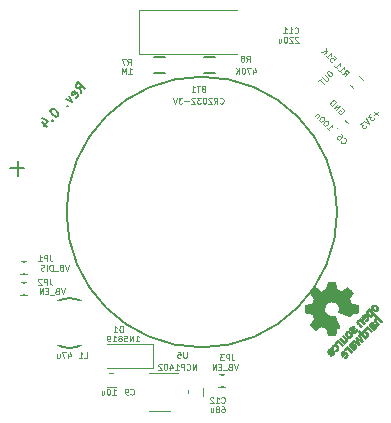
<source format=gbo>
G04 #@! TF.GenerationSoftware,KiCad,Pcbnew,no-vcs-found-f2763e9~58~ubuntu16.04.1*
G04 #@! TF.CreationDate,2017-03-23T18:14:37+02:00*
G04 #@! TF.ProjectId,multisensor_cr2032,6D756C746973656E736F725F63723230,rev?*
G04 #@! TF.FileFunction,Legend,Bot*
G04 #@! TF.FilePolarity,Positive*
%FSLAX46Y46*%
G04 Gerber Fmt 4.6, Leading zero omitted, Abs format (unit mm)*
G04 Created by KiCad (PCBNEW no-vcs-found-f2763e9~58~ubuntu16.04.1) date Thu Mar 23 18:14:37 2017*
%MOMM*%
%LPD*%
G01*
G04 APERTURE LIST*
%ADD10C,0.100000*%
%ADD11C,0.150000*%
%ADD12C,0.120000*%
%ADD13C,0.010000*%
%ADD14C,0.152400*%
%ADD15C,0.800000*%
%ADD16R,3.549600X5.175200*%
%ADD17R,1.600000X1.150000*%
%ADD18R,4.150000X2.900000*%
%ADD19R,1.150000X1.600000*%
%ADD20R,1.300000X1.600000*%
%ADD21R,2.000000X3.800000*%
%ADD22R,1.460000X1.050000*%
%ADD23R,1.600000X1.300000*%
%ADD24R,0.800000X1.000000*%
%ADD25C,0.900000*%
%ADD26C,1.400000*%
%ADD27C,1.400000*%
G04 APERTURE END LIST*
D10*
X127559940Y-74952834D02*
X127492597Y-75020177D01*
X127475761Y-75070685D01*
X127475761Y-75138028D01*
X127526269Y-75222208D01*
X127644120Y-75340059D01*
X127728299Y-75390566D01*
X127795643Y-75390566D01*
X127846150Y-75373730D01*
X127913494Y-75306387D01*
X127930330Y-75255879D01*
X127930330Y-75188536D01*
X127879822Y-75104356D01*
X127761971Y-74986505D01*
X127677791Y-74935998D01*
X127610448Y-74935998D01*
X127559940Y-74952834D01*
X127256895Y-75255879D02*
X127543104Y-75542089D01*
X127559940Y-75592597D01*
X127559940Y-75626269D01*
X127543104Y-75676776D01*
X127475761Y-75744120D01*
X127425253Y-75760956D01*
X127391582Y-75760956D01*
X127341074Y-75744120D01*
X127054864Y-75457910D01*
X126937013Y-75575761D02*
X126734982Y-75777791D01*
X127189551Y-76030330D02*
X126835998Y-75676776D01*
X128746150Y-78092597D02*
X128796658Y-78109433D01*
X128847165Y-78159940D01*
X128880837Y-78227284D01*
X128880837Y-78294627D01*
X128864001Y-78345135D01*
X128813494Y-78429314D01*
X128762986Y-78479822D01*
X128678807Y-78530330D01*
X128628299Y-78547165D01*
X128560956Y-78547165D01*
X128493612Y-78513494D01*
X128459940Y-78479822D01*
X128426269Y-78412478D01*
X128426269Y-78378807D01*
X128544120Y-78260956D01*
X128611463Y-78328299D01*
X128241074Y-78260956D02*
X128594627Y-77907402D01*
X128039043Y-78058925D01*
X128392597Y-77705372D01*
X127870685Y-77890566D02*
X128224238Y-77537013D01*
X128140059Y-77452834D01*
X128072715Y-77419162D01*
X128005372Y-77419162D01*
X127954864Y-77435998D01*
X127870685Y-77486505D01*
X127820177Y-77537013D01*
X127769669Y-77621192D01*
X127752834Y-77671700D01*
X127752834Y-77739043D01*
X127786505Y-77806387D01*
X127870685Y-77890566D01*
X131748181Y-78402326D02*
X131478807Y-78671700D01*
X131748181Y-78671700D02*
X131478807Y-78402326D01*
X131125253Y-78587521D02*
X130906387Y-78806387D01*
X131158925Y-78823223D01*
X131108417Y-78873730D01*
X131091582Y-78924238D01*
X131091582Y-78957910D01*
X131108417Y-79008417D01*
X131192597Y-79092597D01*
X131243104Y-79109433D01*
X131276776Y-79109433D01*
X131327284Y-79092597D01*
X131428299Y-78991582D01*
X131445135Y-78941074D01*
X131445135Y-78907402D01*
X130805372Y-78907402D02*
X131041074Y-79378807D01*
X130569669Y-79143104D01*
X130485490Y-79227284D02*
X130266624Y-79446150D01*
X130519162Y-79462986D01*
X130468654Y-79513494D01*
X130451818Y-79564001D01*
X130451818Y-79597673D01*
X130468654Y-79648181D01*
X130552834Y-79732360D01*
X130603341Y-79749196D01*
X130637013Y-79749196D01*
X130687521Y-79732360D01*
X130788536Y-79631345D01*
X130805372Y-79580837D01*
X130805372Y-79547165D01*
D11*
X106662369Y-76749441D02*
X106581557Y-76291505D01*
X106985618Y-76426192D02*
X106419932Y-75860507D01*
X106204433Y-76076006D01*
X106177496Y-76156818D01*
X106177496Y-76210693D01*
X106204433Y-76291505D01*
X106285245Y-76372317D01*
X106366057Y-76399255D01*
X106419932Y-76399255D01*
X106500744Y-76372317D01*
X106716244Y-76156818D01*
X106177496Y-77180439D02*
X106258308Y-77153502D01*
X106366057Y-77045752D01*
X106392995Y-76964940D01*
X106366057Y-76884128D01*
X106150558Y-76668629D01*
X106069746Y-76641691D01*
X105988934Y-76668629D01*
X105881184Y-76776378D01*
X105854247Y-76857190D01*
X105881184Y-76938003D01*
X105935059Y-76991877D01*
X106258308Y-76776378D01*
X105611810Y-77045752D02*
X105854247Y-77557563D01*
X105342436Y-77315126D01*
X105450186Y-77853874D02*
X105450186Y-77907749D01*
X105504061Y-77907749D01*
X105504061Y-77853874D01*
X105450186Y-77853874D01*
X105504061Y-77907749D01*
X104130253Y-78150186D02*
X104076378Y-78204061D01*
X104049441Y-78284873D01*
X104049441Y-78338748D01*
X104076378Y-78419560D01*
X104157190Y-78554247D01*
X104291877Y-78688934D01*
X104426564Y-78769746D01*
X104507377Y-78796683D01*
X104561251Y-78796683D01*
X104642064Y-78769746D01*
X104695938Y-78715871D01*
X104722876Y-78635059D01*
X104722876Y-78581184D01*
X104695938Y-78500372D01*
X104615126Y-78365685D01*
X104480439Y-78230998D01*
X104345752Y-78150186D01*
X104264940Y-78123248D01*
X104211065Y-78123248D01*
X104130253Y-78150186D01*
X104211065Y-79092995D02*
X104211065Y-79146870D01*
X104264940Y-79146870D01*
X104264940Y-79092995D01*
X104211065Y-79092995D01*
X104264940Y-79146870D01*
X103376006Y-79281557D02*
X103753129Y-79658680D01*
X103295194Y-78931370D02*
X103833942Y-79200744D01*
X103483755Y-79550931D01*
D12*
X129802010Y-76451543D02*
X129448457Y-76097990D01*
X130197990Y-75348457D02*
X130551543Y-75702010D01*
D13*
G36*
X130788566Y-95289174D02*
X130779081Y-95317182D01*
X130772102Y-95356439D01*
X130772853Y-95390888D01*
X130783413Y-95424527D01*
X130805864Y-95461355D01*
X130842287Y-95505369D01*
X130894763Y-95560572D01*
X130917829Y-95583797D01*
X130968790Y-95634291D01*
X131006010Y-95669579D01*
X131033198Y-95692563D01*
X131054063Y-95706147D01*
X131072314Y-95713234D01*
X131086765Y-95716068D01*
X131160610Y-95715766D01*
X131226386Y-95694225D01*
X131280136Y-95653780D01*
X131317903Y-95596763D01*
X131326111Y-95574942D01*
X131343320Y-95520263D01*
X131636906Y-95813849D01*
X131597108Y-95826517D01*
X131552047Y-95850586D01*
X131506874Y-95890381D01*
X131469414Y-95937770D01*
X131448528Y-95980959D01*
X131443191Y-96028770D01*
X131450874Y-96081865D01*
X131452287Y-96086692D01*
X131459784Y-96108589D01*
X131469338Y-96128661D01*
X131483664Y-96150226D01*
X131505471Y-96176601D01*
X131537471Y-96211101D01*
X131582376Y-96257047D01*
X131633401Y-96308261D01*
X131796493Y-96471352D01*
X131894298Y-96373547D01*
X131593573Y-96072823D01*
X131597910Y-96022447D01*
X131607916Y-95975617D01*
X131631479Y-95945357D01*
X131667155Y-95926912D01*
X131690014Y-95920926D01*
X131712763Y-95922208D01*
X131738557Y-95932734D01*
X131770548Y-95954478D01*
X131811885Y-95989416D01*
X131865721Y-96039524D01*
X131900970Y-96073461D01*
X132045451Y-96213503D01*
X132094818Y-96169511D01*
X132144184Y-96125519D01*
X131261371Y-95242706D01*
X131163567Y-95340510D01*
X131210291Y-95392222D01*
X131236053Y-95434787D01*
X131241615Y-95471739D01*
X131227741Y-95506600D01*
X131205218Y-95533316D01*
X131174939Y-95558775D01*
X131146960Y-95567788D01*
X131122863Y-95566824D01*
X131100280Y-95562451D01*
X131079845Y-95552856D01*
X131056395Y-95534231D01*
X131024770Y-95502764D01*
X130999167Y-95475537D01*
X130961237Y-95433881D01*
X130937887Y-95404981D01*
X130925988Y-95383738D01*
X130922412Y-95365050D01*
X130923108Y-95351485D01*
X130938872Y-95307659D01*
X130971869Y-95270129D01*
X130996951Y-95254714D01*
X131034179Y-95251846D01*
X131080880Y-95271987D01*
X131136741Y-95314974D01*
X131163567Y-95340510D01*
X131261371Y-95242706D01*
X131040728Y-95022063D01*
X130991826Y-95070965D01*
X130963627Y-95101487D01*
X130952602Y-95120758D01*
X130956253Y-95133193D01*
X130956489Y-95133433D01*
X130962329Y-95143348D01*
X130952445Y-95151442D01*
X130925920Y-95160658D01*
X130871038Y-95189056D01*
X130822798Y-95234513D01*
X130788566Y-95289174D01*
X130788566Y-95289174D01*
G37*
X130788566Y-95289174D02*
X130779081Y-95317182D01*
X130772102Y-95356439D01*
X130772853Y-95390888D01*
X130783413Y-95424527D01*
X130805864Y-95461355D01*
X130842287Y-95505369D01*
X130894763Y-95560572D01*
X130917829Y-95583797D01*
X130968790Y-95634291D01*
X131006010Y-95669579D01*
X131033198Y-95692563D01*
X131054063Y-95706147D01*
X131072314Y-95713234D01*
X131086765Y-95716068D01*
X131160610Y-95715766D01*
X131226386Y-95694225D01*
X131280136Y-95653780D01*
X131317903Y-95596763D01*
X131326111Y-95574942D01*
X131343320Y-95520263D01*
X131636906Y-95813849D01*
X131597108Y-95826517D01*
X131552047Y-95850586D01*
X131506874Y-95890381D01*
X131469414Y-95937770D01*
X131448528Y-95980959D01*
X131443191Y-96028770D01*
X131450874Y-96081865D01*
X131452287Y-96086692D01*
X131459784Y-96108589D01*
X131469338Y-96128661D01*
X131483664Y-96150226D01*
X131505471Y-96176601D01*
X131537471Y-96211101D01*
X131582376Y-96257047D01*
X131633401Y-96308261D01*
X131796493Y-96471352D01*
X131894298Y-96373547D01*
X131593573Y-96072823D01*
X131597910Y-96022447D01*
X131607916Y-95975617D01*
X131631479Y-95945357D01*
X131667155Y-95926912D01*
X131690014Y-95920926D01*
X131712763Y-95922208D01*
X131738557Y-95932734D01*
X131770548Y-95954478D01*
X131811885Y-95989416D01*
X131865721Y-96039524D01*
X131900970Y-96073461D01*
X132045451Y-96213503D01*
X132094818Y-96169511D01*
X132144184Y-96125519D01*
X131261371Y-95242706D01*
X131163567Y-95340510D01*
X131210291Y-95392222D01*
X131236053Y-95434787D01*
X131241615Y-95471739D01*
X131227741Y-95506600D01*
X131205218Y-95533316D01*
X131174939Y-95558775D01*
X131146960Y-95567788D01*
X131122863Y-95566824D01*
X131100280Y-95562451D01*
X131079845Y-95552856D01*
X131056395Y-95534231D01*
X131024770Y-95502764D01*
X130999167Y-95475537D01*
X130961237Y-95433881D01*
X130937887Y-95404981D01*
X130925988Y-95383738D01*
X130922412Y-95365050D01*
X130923108Y-95351485D01*
X130938872Y-95307659D01*
X130971869Y-95270129D01*
X130996951Y-95254714D01*
X131034179Y-95251846D01*
X131080880Y-95271987D01*
X131136741Y-95314974D01*
X131163567Y-95340510D01*
X131261371Y-95242706D01*
X131040728Y-95022063D01*
X130991826Y-95070965D01*
X130963627Y-95101487D01*
X130952602Y-95120758D01*
X130956253Y-95133193D01*
X130956489Y-95133433D01*
X130962329Y-95143348D01*
X130952445Y-95151442D01*
X130925920Y-95160658D01*
X130871038Y-95189056D01*
X130822798Y-95234513D01*
X130788566Y-95289174D01*
G36*
X131080476Y-96322907D02*
X131049808Y-96375897D01*
X131038195Y-96427969D01*
X131042221Y-96476935D01*
X131046543Y-96495229D01*
X131053232Y-96512231D01*
X131064779Y-96530990D01*
X131083679Y-96554550D01*
X131112427Y-96585959D01*
X131153516Y-96628264D01*
X131209439Y-96684513D01*
X131224317Y-96699396D01*
X131396383Y-96871462D01*
X131439061Y-96828784D01*
X131464377Y-96799655D01*
X131479675Y-96774697D01*
X131481740Y-96766675D01*
X131490385Y-96747748D01*
X131509607Y-96738807D01*
X131539210Y-96722042D01*
X131575469Y-96690949D01*
X131611673Y-96652503D01*
X131641112Y-96613675D01*
X131655018Y-96587725D01*
X131668825Y-96524408D01*
X131658570Y-96465954D01*
X131623727Y-96409443D01*
X131622655Y-96408169D01*
X131601441Y-96388856D01*
X131515457Y-96474840D01*
X131530989Y-96505404D01*
X131531716Y-96530620D01*
X131516949Y-96565008D01*
X131488423Y-96601365D01*
X131453414Y-96632519D01*
X131419196Y-96651298D01*
X131406819Y-96653769D01*
X131370960Y-96643856D01*
X131341657Y-96621127D01*
X131307470Y-96586939D01*
X131356657Y-96537752D01*
X131406984Y-96494619D01*
X131452599Y-96469387D01*
X131490522Y-96463236D01*
X131515457Y-96474840D01*
X131601441Y-96388856D01*
X131570408Y-96360606D01*
X131514491Y-96337608D01*
X131453708Y-96338714D01*
X131446716Y-96340276D01*
X131419499Y-96349817D01*
X131391398Y-96367214D01*
X131356994Y-96396415D01*
X131318616Y-96433598D01*
X131236339Y-96515809D01*
X131201862Y-96481332D01*
X131178600Y-96451094D01*
X131169581Y-96424269D01*
X131169669Y-96422273D01*
X131181641Y-96394623D01*
X131208507Y-96361679D01*
X131243049Y-96330124D01*
X131278048Y-96306639D01*
X131304032Y-96297920D01*
X131320350Y-96295435D01*
X131331599Y-96286826D01*
X131339635Y-96267459D01*
X131346312Y-96232693D01*
X131353490Y-96177890D01*
X131354104Y-96172816D01*
X131344393Y-96166019D01*
X131318505Y-96164451D01*
X131284770Y-96167676D01*
X131251513Y-96175262D01*
X131242065Y-96178647D01*
X131212613Y-96196003D01*
X131174005Y-96225984D01*
X131133960Y-96262568D01*
X131132164Y-96264357D01*
X131080476Y-96322907D01*
X131080476Y-96322907D01*
G37*
X131080476Y-96322907D02*
X131049808Y-96375897D01*
X131038195Y-96427969D01*
X131042221Y-96476935D01*
X131046543Y-96495229D01*
X131053232Y-96512231D01*
X131064779Y-96530990D01*
X131083679Y-96554550D01*
X131112427Y-96585959D01*
X131153516Y-96628264D01*
X131209439Y-96684513D01*
X131224317Y-96699396D01*
X131396383Y-96871462D01*
X131439061Y-96828784D01*
X131464377Y-96799655D01*
X131479675Y-96774697D01*
X131481740Y-96766675D01*
X131490385Y-96747748D01*
X131509607Y-96738807D01*
X131539210Y-96722042D01*
X131575469Y-96690949D01*
X131611673Y-96652503D01*
X131641112Y-96613675D01*
X131655018Y-96587725D01*
X131668825Y-96524408D01*
X131658570Y-96465954D01*
X131623727Y-96409443D01*
X131622655Y-96408169D01*
X131601441Y-96388856D01*
X131515457Y-96474840D01*
X131530989Y-96505404D01*
X131531716Y-96530620D01*
X131516949Y-96565008D01*
X131488423Y-96601365D01*
X131453414Y-96632519D01*
X131419196Y-96651298D01*
X131406819Y-96653769D01*
X131370960Y-96643856D01*
X131341657Y-96621127D01*
X131307470Y-96586939D01*
X131356657Y-96537752D01*
X131406984Y-96494619D01*
X131452599Y-96469387D01*
X131490522Y-96463236D01*
X131515457Y-96474840D01*
X131601441Y-96388856D01*
X131570408Y-96360606D01*
X131514491Y-96337608D01*
X131453708Y-96338714D01*
X131446716Y-96340276D01*
X131419499Y-96349817D01*
X131391398Y-96367214D01*
X131356994Y-96396415D01*
X131318616Y-96433598D01*
X131236339Y-96515809D01*
X131201862Y-96481332D01*
X131178600Y-96451094D01*
X131169581Y-96424269D01*
X131169669Y-96422273D01*
X131181641Y-96394623D01*
X131208507Y-96361679D01*
X131243049Y-96330124D01*
X131278048Y-96306639D01*
X131304032Y-96297920D01*
X131320350Y-96295435D01*
X131331599Y-96286826D01*
X131339635Y-96267459D01*
X131346312Y-96232693D01*
X131353490Y-96177890D01*
X131354104Y-96172816D01*
X131344393Y-96166019D01*
X131318505Y-96164451D01*
X131284770Y-96167676D01*
X131251513Y-96175262D01*
X131242065Y-96178647D01*
X131212613Y-96196003D01*
X131174005Y-96225984D01*
X131133960Y-96262568D01*
X131132164Y-96264357D01*
X131080476Y-96322907D01*
G36*
X130801601Y-96596783D02*
X130792283Y-96614077D01*
X130796757Y-96627129D01*
X130800532Y-96631265D01*
X130810781Y-96643054D01*
X130807209Y-96650085D01*
X130785336Y-96656850D01*
X130771668Y-96660196D01*
X130733780Y-96675978D01*
X130696263Y-96702565D01*
X130662235Y-96735752D01*
X130634817Y-96771335D01*
X130617123Y-96805109D01*
X130612276Y-96832872D01*
X130623392Y-96850419D01*
X130628895Y-96852676D01*
X130656835Y-96856957D01*
X130694993Y-96858427D01*
X130701514Y-96858312D01*
X130733727Y-96855554D01*
X130753572Y-96845227D01*
X130771348Y-96820808D01*
X130777594Y-96810149D01*
X130798595Y-96778546D01*
X130819473Y-96762436D01*
X130843497Y-96755225D01*
X130869085Y-96752200D01*
X130893809Y-96755852D01*
X130920932Y-96768330D01*
X130953713Y-96791785D01*
X130995416Y-96828368D01*
X131049297Y-96880228D01*
X131081319Y-96912052D01*
X131218556Y-97049289D01*
X131307469Y-96960376D01*
X130871793Y-96524700D01*
X130827336Y-96569156D01*
X130801601Y-96596783D01*
X130801601Y-96596783D01*
G37*
X130801601Y-96596783D02*
X130792283Y-96614077D01*
X130796757Y-96627129D01*
X130800532Y-96631265D01*
X130810781Y-96643054D01*
X130807209Y-96650085D01*
X130785336Y-96656850D01*
X130771668Y-96660196D01*
X130733780Y-96675978D01*
X130696263Y-96702565D01*
X130662235Y-96735752D01*
X130634817Y-96771335D01*
X130617123Y-96805109D01*
X130612276Y-96832872D01*
X130623392Y-96850419D01*
X130628895Y-96852676D01*
X130656835Y-96856957D01*
X130694993Y-96858427D01*
X130701514Y-96858312D01*
X130733727Y-96855554D01*
X130753572Y-96845227D01*
X130771348Y-96820808D01*
X130777594Y-96810149D01*
X130798595Y-96778546D01*
X130819473Y-96762436D01*
X130843497Y-96755225D01*
X130869085Y-96752200D01*
X130893809Y-96755852D01*
X130920932Y-96768330D01*
X130953713Y-96791785D01*
X130995416Y-96828368D01*
X131049297Y-96880228D01*
X131081319Y-96912052D01*
X131218556Y-97049289D01*
X131307469Y-96960376D01*
X130871793Y-96524700D01*
X130827336Y-96569156D01*
X130801601Y-96596783D01*
G36*
X130676184Y-97591661D02*
X130725086Y-97542759D01*
X130752638Y-97513542D01*
X130763975Y-97495313D01*
X130761813Y-97482505D01*
X130757164Y-97477032D01*
X130747913Y-97465985D01*
X130751626Y-97458378D01*
X130772758Y-97449760D01*
X130790164Y-97444033D01*
X130848410Y-97413460D01*
X130897485Y-97365986D01*
X130926413Y-97316419D01*
X130938029Y-97254940D01*
X130929090Y-97190281D01*
X130900940Y-97131619D01*
X130898901Y-97128804D01*
X130874688Y-97100059D01*
X130837803Y-97060919D01*
X130808963Y-97032260D01*
X130711839Y-97129384D01*
X130747800Y-97169846D01*
X130774177Y-97206459D01*
X130785034Y-97231174D01*
X130783126Y-97281692D01*
X130760716Y-97321528D01*
X130721574Y-97346578D01*
X130673131Y-97352987D01*
X130648609Y-97349239D01*
X130625667Y-97338444D01*
X130598201Y-97316667D01*
X130560519Y-97280386D01*
X130525151Y-97242511D01*
X130496287Y-97207021D01*
X130479448Y-97180792D01*
X130478301Y-97178080D01*
X130474291Y-97136196D01*
X130489332Y-97095958D01*
X130518224Y-97062998D01*
X130555765Y-97042948D01*
X130596754Y-97041441D01*
X130602887Y-97043165D01*
X130633738Y-97060219D01*
X130671938Y-97090900D01*
X130711839Y-97129384D01*
X130808963Y-97032260D01*
X130794340Y-97017729D01*
X130770382Y-96995050D01*
X130708347Y-96941712D01*
X130655998Y-96907438D01*
X130608945Y-96890454D01*
X130562797Y-96888986D01*
X130527133Y-96896697D01*
X130487007Y-96917174D01*
X130445950Y-96951492D01*
X130410104Y-96992828D01*
X130385608Y-97034359D01*
X130378355Y-97061992D01*
X130376634Y-97096502D01*
X130169378Y-96889245D01*
X130071573Y-96987050D01*
X130676184Y-97591661D01*
X130676184Y-97591661D01*
G37*
X130676184Y-97591661D02*
X130725086Y-97542759D01*
X130752638Y-97513542D01*
X130763975Y-97495313D01*
X130761813Y-97482505D01*
X130757164Y-97477032D01*
X130747913Y-97465985D01*
X130751626Y-97458378D01*
X130772758Y-97449760D01*
X130790164Y-97444033D01*
X130848410Y-97413460D01*
X130897485Y-97365986D01*
X130926413Y-97316419D01*
X130938029Y-97254940D01*
X130929090Y-97190281D01*
X130900940Y-97131619D01*
X130898901Y-97128804D01*
X130874688Y-97100059D01*
X130837803Y-97060919D01*
X130808963Y-97032260D01*
X130711839Y-97129384D01*
X130747800Y-97169846D01*
X130774177Y-97206459D01*
X130785034Y-97231174D01*
X130783126Y-97281692D01*
X130760716Y-97321528D01*
X130721574Y-97346578D01*
X130673131Y-97352987D01*
X130648609Y-97349239D01*
X130625667Y-97338444D01*
X130598201Y-97316667D01*
X130560519Y-97280386D01*
X130525151Y-97242511D01*
X130496287Y-97207021D01*
X130479448Y-97180792D01*
X130478301Y-97178080D01*
X130474291Y-97136196D01*
X130489332Y-97095958D01*
X130518224Y-97062998D01*
X130555765Y-97042948D01*
X130596754Y-97041441D01*
X130602887Y-97043165D01*
X130633738Y-97060219D01*
X130671938Y-97090900D01*
X130711839Y-97129384D01*
X130808963Y-97032260D01*
X130794340Y-97017729D01*
X130770382Y-96995050D01*
X130708347Y-96941712D01*
X130655998Y-96907438D01*
X130608945Y-96890454D01*
X130562797Y-96888986D01*
X130527133Y-96896697D01*
X130487007Y-96917174D01*
X130445950Y-96951492D01*
X130410104Y-96992828D01*
X130385608Y-97034359D01*
X130378355Y-97061992D01*
X130376634Y-97096502D01*
X130169378Y-96889245D01*
X130071573Y-96987050D01*
X130676184Y-97591661D01*
G36*
X129900985Y-97499120D02*
X129868460Y-97536925D01*
X130052142Y-97904506D01*
X129988824Y-97870019D01*
X129949927Y-97848472D01*
X129897673Y-97819043D01*
X129840456Y-97786471D01*
X129809861Y-97768906D01*
X129694214Y-97702279D01*
X129593096Y-97803397D01*
X129718903Y-97868754D01*
X129780800Y-97900882D01*
X129855489Y-97939608D01*
X129933420Y-97979982D01*
X130002926Y-98015960D01*
X130161143Y-98097810D01*
X130205053Y-98059265D01*
X130248962Y-98020721D01*
X130197504Y-97924552D01*
X130165438Y-97864913D01*
X130129934Y-97799317D01*
X130098439Y-97741523D01*
X130097181Y-97739227D01*
X130076752Y-97699155D01*
X130064777Y-97669849D01*
X130063041Y-97655974D01*
X130065191Y-97655630D01*
X130081669Y-97663352D01*
X130115907Y-97680955D01*
X130163632Y-97706190D01*
X130220574Y-97736812D01*
X130251778Y-97753773D01*
X130421487Y-97846357D01*
X130503330Y-97764515D01*
X130362033Y-97492365D01*
X130322424Y-97415996D01*
X130286505Y-97346591D01*
X130255960Y-97287414D01*
X130232471Y-97241731D01*
X130217722Y-97212805D01*
X130213496Y-97204270D01*
X130205258Y-97199443D01*
X130189003Y-97209975D01*
X130161419Y-97238132D01*
X130157273Y-97242712D01*
X130108289Y-97297097D01*
X130198917Y-97455425D01*
X130231872Y-97513264D01*
X130260661Y-97564290D01*
X130282796Y-97604059D01*
X130295793Y-97628126D01*
X130297792Y-97632170D01*
X130290079Y-97632935D01*
X130263531Y-97623480D01*
X130221581Y-97605277D01*
X130167659Y-97579795D01*
X130119773Y-97555951D01*
X129933510Y-97461316D01*
X129900985Y-97499120D01*
X129900985Y-97499120D01*
G37*
X129900985Y-97499120D02*
X129868460Y-97536925D01*
X130052142Y-97904506D01*
X129988824Y-97870019D01*
X129949927Y-97848472D01*
X129897673Y-97819043D01*
X129840456Y-97786471D01*
X129809861Y-97768906D01*
X129694214Y-97702279D01*
X129593096Y-97803397D01*
X129718903Y-97868754D01*
X129780800Y-97900882D01*
X129855489Y-97939608D01*
X129933420Y-97979982D01*
X130002926Y-98015960D01*
X130161143Y-98097810D01*
X130205053Y-98059265D01*
X130248962Y-98020721D01*
X130197504Y-97924552D01*
X130165438Y-97864913D01*
X130129934Y-97799317D01*
X130098439Y-97741523D01*
X130097181Y-97739227D01*
X130076752Y-97699155D01*
X130064777Y-97669849D01*
X130063041Y-97655974D01*
X130065191Y-97655630D01*
X130081669Y-97663352D01*
X130115907Y-97680955D01*
X130163632Y-97706190D01*
X130220574Y-97736812D01*
X130251778Y-97753773D01*
X130421487Y-97846357D01*
X130503330Y-97764515D01*
X130362033Y-97492365D01*
X130322424Y-97415996D01*
X130286505Y-97346591D01*
X130255960Y-97287414D01*
X130232471Y-97241731D01*
X130217722Y-97212805D01*
X130213496Y-97204270D01*
X130205258Y-97199443D01*
X130189003Y-97209975D01*
X130161419Y-97238132D01*
X130157273Y-97242712D01*
X130108289Y-97297097D01*
X130198917Y-97455425D01*
X130231872Y-97513264D01*
X130260661Y-97564290D01*
X130282796Y-97604059D01*
X130295793Y-97628126D01*
X130297792Y-97632170D01*
X130290079Y-97632935D01*
X130263531Y-97623480D01*
X130221581Y-97605277D01*
X130167659Y-97579795D01*
X130119773Y-97555951D01*
X129933510Y-97461316D01*
X129900985Y-97499120D01*
G36*
X129366619Y-98035154D02*
X129338245Y-98081733D01*
X129332235Y-98097389D01*
X129323868Y-98131019D01*
X129321977Y-98161362D01*
X129328346Y-98191578D01*
X129344748Y-98224831D01*
X129372963Y-98264281D01*
X129414770Y-98313091D01*
X129471948Y-98374422D01*
X129510738Y-98414791D01*
X129678994Y-98588851D01*
X129728576Y-98539269D01*
X129757394Y-98507928D01*
X129768581Y-98488120D01*
X129765348Y-98476877D01*
X129759636Y-98466935D01*
X129770587Y-98458978D01*
X129789745Y-98452371D01*
X129831615Y-98429740D01*
X129875655Y-98390884D01*
X129915011Y-98343049D01*
X129942824Y-98293482D01*
X129944785Y-98288502D01*
X129955304Y-98228300D01*
X129944083Y-98170457D01*
X129914443Y-98119365D01*
X129899122Y-98105682D01*
X129811609Y-98193195D01*
X129823414Y-98220423D01*
X129814538Y-98257271D01*
X129785158Y-98301663D01*
X129766442Y-98322372D01*
X129731039Y-98352673D01*
X129699286Y-98364594D01*
X129689244Y-98365208D01*
X129649168Y-98353998D01*
X129622560Y-98334088D01*
X129591440Y-98302969D01*
X129634785Y-98259624D01*
X129687740Y-98211806D01*
X129731158Y-98184542D01*
X129767635Y-98176358D01*
X129778941Y-98177665D01*
X129811609Y-98193195D01*
X129899122Y-98105682D01*
X129869711Y-98079418D01*
X129813210Y-98055009D01*
X129763978Y-98049562D01*
X129738898Y-98051002D01*
X129718150Y-98056214D01*
X129696523Y-98068368D01*
X129668810Y-98090630D01*
X129629803Y-98126169D01*
X129614520Y-98140454D01*
X129518690Y-98230219D01*
X129490739Y-98201996D01*
X129464809Y-98168878D01*
X129459950Y-98138033D01*
X129474796Y-98100378D01*
X129475297Y-98099470D01*
X129508029Y-98057769D01*
X129550306Y-98027208D01*
X129591614Y-98014386D01*
X129609507Y-98010559D01*
X129620231Y-97997889D01*
X129628041Y-97969700D01*
X129631419Y-97951940D01*
X129636728Y-97915901D01*
X129638017Y-97891578D01*
X129636774Y-97886225D01*
X129611249Y-97877623D01*
X129565870Y-97882244D01*
X129548135Y-97886228D01*
X129505076Y-97905603D01*
X129456297Y-97940965D01*
X129408057Y-97986190D01*
X129366619Y-98035154D01*
X129366619Y-98035154D01*
G37*
X129366619Y-98035154D02*
X129338245Y-98081733D01*
X129332235Y-98097389D01*
X129323868Y-98131019D01*
X129321977Y-98161362D01*
X129328346Y-98191578D01*
X129344748Y-98224831D01*
X129372963Y-98264281D01*
X129414770Y-98313091D01*
X129471948Y-98374422D01*
X129510738Y-98414791D01*
X129678994Y-98588851D01*
X129728576Y-98539269D01*
X129757394Y-98507928D01*
X129768581Y-98488120D01*
X129765348Y-98476877D01*
X129759636Y-98466935D01*
X129770587Y-98458978D01*
X129789745Y-98452371D01*
X129831615Y-98429740D01*
X129875655Y-98390884D01*
X129915011Y-98343049D01*
X129942824Y-98293482D01*
X129944785Y-98288502D01*
X129955304Y-98228300D01*
X129944083Y-98170457D01*
X129914443Y-98119365D01*
X129899122Y-98105682D01*
X129811609Y-98193195D01*
X129823414Y-98220423D01*
X129814538Y-98257271D01*
X129785158Y-98301663D01*
X129766442Y-98322372D01*
X129731039Y-98352673D01*
X129699286Y-98364594D01*
X129689244Y-98365208D01*
X129649168Y-98353998D01*
X129622560Y-98334088D01*
X129591440Y-98302969D01*
X129634785Y-98259624D01*
X129687740Y-98211806D01*
X129731158Y-98184542D01*
X129767635Y-98176358D01*
X129778941Y-98177665D01*
X129811609Y-98193195D01*
X129899122Y-98105682D01*
X129869711Y-98079418D01*
X129813210Y-98055009D01*
X129763978Y-98049562D01*
X129738898Y-98051002D01*
X129718150Y-98056214D01*
X129696523Y-98068368D01*
X129668810Y-98090630D01*
X129629803Y-98126169D01*
X129614520Y-98140454D01*
X129518690Y-98230219D01*
X129490739Y-98201996D01*
X129464809Y-98168878D01*
X129459950Y-98138033D01*
X129474796Y-98100378D01*
X129475297Y-98099470D01*
X129508029Y-98057769D01*
X129550306Y-98027208D01*
X129591614Y-98014386D01*
X129609507Y-98010559D01*
X129620231Y-97997889D01*
X129628041Y-97969700D01*
X129631419Y-97951940D01*
X129636728Y-97915901D01*
X129638017Y-97891578D01*
X129636774Y-97886225D01*
X129611249Y-97877623D01*
X129565870Y-97882244D01*
X129548135Y-97886228D01*
X129505076Y-97905603D01*
X129456297Y-97940965D01*
X129408057Y-97986190D01*
X129366619Y-98035154D01*
G36*
X128941807Y-98454407D02*
X128914364Y-98495326D01*
X128904882Y-98524763D01*
X128900988Y-98561810D01*
X128966884Y-98569457D01*
X129007109Y-98573770D01*
X129030166Y-98572441D01*
X129043944Y-98561984D01*
X129056329Y-98538908D01*
X129061629Y-98527562D01*
X129091099Y-98489168D01*
X129131737Y-98467657D01*
X129176156Y-98466448D01*
X129186750Y-98469631D01*
X129209033Y-98483843D01*
X129245778Y-98514357D01*
X129294453Y-98558937D01*
X129352529Y-98615344D01*
X129360684Y-98623475D01*
X129502527Y-98765318D01*
X129600331Y-98667513D01*
X129164655Y-98231837D01*
X129115753Y-98280740D01*
X129088292Y-98309674D01*
X129076879Y-98327640D01*
X129078865Y-98340490D01*
X129085279Y-98348071D01*
X129103707Y-98366499D01*
X129061852Y-98371498D01*
X129022417Y-98385789D01*
X128980113Y-98415660D01*
X128941807Y-98454407D01*
X128941807Y-98454407D01*
G37*
X128941807Y-98454407D02*
X128914364Y-98495326D01*
X128904882Y-98524763D01*
X128900988Y-98561810D01*
X128966884Y-98569457D01*
X129007109Y-98573770D01*
X129030166Y-98572441D01*
X129043944Y-98561984D01*
X129056329Y-98538908D01*
X129061629Y-98527562D01*
X129091099Y-98489168D01*
X129131737Y-98467657D01*
X129176156Y-98466448D01*
X129186750Y-98469631D01*
X129209033Y-98483843D01*
X129245778Y-98514357D01*
X129294453Y-98558937D01*
X129352529Y-98615344D01*
X129360684Y-98623475D01*
X129502527Y-98765318D01*
X129600331Y-98667513D01*
X129164655Y-98231837D01*
X129115753Y-98280740D01*
X129088292Y-98309674D01*
X129076879Y-98327640D01*
X129078865Y-98340490D01*
X129085279Y-98348071D01*
X129103707Y-98366499D01*
X129061852Y-98371498D01*
X129022417Y-98385789D01*
X128980113Y-98415660D01*
X128941807Y-98454407D01*
G36*
X128663319Y-98737822D02*
X128631869Y-98791372D01*
X128619081Y-98849770D01*
X128618883Y-98884039D01*
X128630906Y-98952563D01*
X128661434Y-99015472D01*
X128713301Y-99078463D01*
X128717915Y-99083134D01*
X128764545Y-99129864D01*
X129033213Y-98861196D01*
X129051938Y-98891373D01*
X129063741Y-98923859D01*
X129068718Y-98965031D01*
X129068615Y-98972500D01*
X129056019Y-99024969D01*
X129022300Y-99065449D01*
X128966480Y-99095037D01*
X128955709Y-99098744D01*
X128922768Y-99110208D01*
X128901780Y-99118962D01*
X128898619Y-99120990D01*
X128895056Y-99135542D01*
X128891223Y-99166258D01*
X128889799Y-99182372D01*
X128888501Y-99217415D01*
X128893675Y-99234523D01*
X128908065Y-99240630D01*
X128913081Y-99241219D01*
X128940338Y-99238491D01*
X128979984Y-99228658D01*
X129005940Y-99220105D01*
X129070248Y-99186458D01*
X129129439Y-99137202D01*
X129174906Y-99079964D01*
X129185072Y-99061367D01*
X129205731Y-98993001D01*
X129202022Y-98923303D01*
X129173777Y-98851724D01*
X129120832Y-98777719D01*
X129088797Y-98743372D01*
X129037098Y-98698425D01*
X128951842Y-98783680D01*
X128947168Y-98795498D01*
X128927806Y-98820466D01*
X128897235Y-98854345D01*
X128875687Y-98876461D01*
X128836145Y-98915457D01*
X128810081Y-98938964D01*
X128793513Y-98949590D01*
X128782455Y-98949942D01*
X128773577Y-98943285D01*
X128757273Y-98911736D01*
X128752818Y-98868898D01*
X128759914Y-98825502D01*
X128777745Y-98792822D01*
X128818634Y-98765105D01*
X128867369Y-98754450D01*
X128915404Y-98761307D01*
X128951842Y-98783680D01*
X129037098Y-98698425D01*
X129013512Y-98677919D01*
X128942276Y-98637026D01*
X128874322Y-98620571D01*
X128808886Y-98628429D01*
X128745202Y-98660478D01*
X128716225Y-98683362D01*
X128663319Y-98737822D01*
X128663319Y-98737822D01*
G37*
X128663319Y-98737822D02*
X128631869Y-98791372D01*
X128619081Y-98849770D01*
X128618883Y-98884039D01*
X128630906Y-98952563D01*
X128661434Y-99015472D01*
X128713301Y-99078463D01*
X128717915Y-99083134D01*
X128764545Y-99129864D01*
X129033213Y-98861196D01*
X129051938Y-98891373D01*
X129063741Y-98923859D01*
X129068718Y-98965031D01*
X129068615Y-98972500D01*
X129056019Y-99024969D01*
X129022300Y-99065449D01*
X128966480Y-99095037D01*
X128955709Y-99098744D01*
X128922768Y-99110208D01*
X128901780Y-99118962D01*
X128898619Y-99120990D01*
X128895056Y-99135542D01*
X128891223Y-99166258D01*
X128889799Y-99182372D01*
X128888501Y-99217415D01*
X128893675Y-99234523D01*
X128908065Y-99240630D01*
X128913081Y-99241219D01*
X128940338Y-99238491D01*
X128979984Y-99228658D01*
X129005940Y-99220105D01*
X129070248Y-99186458D01*
X129129439Y-99137202D01*
X129174906Y-99079964D01*
X129185072Y-99061367D01*
X129205731Y-98993001D01*
X129202022Y-98923303D01*
X129173777Y-98851724D01*
X129120832Y-98777719D01*
X129088797Y-98743372D01*
X129037098Y-98698425D01*
X128951842Y-98783680D01*
X128947168Y-98795498D01*
X128927806Y-98820466D01*
X128897235Y-98854345D01*
X128875687Y-98876461D01*
X128836145Y-98915457D01*
X128810081Y-98938964D01*
X128793513Y-98949590D01*
X128782455Y-98949942D01*
X128773577Y-98943285D01*
X128757273Y-98911736D01*
X128752818Y-98868898D01*
X128759914Y-98825502D01*
X128777745Y-98792822D01*
X128818634Y-98765105D01*
X128867369Y-98754450D01*
X128915404Y-98761307D01*
X128951842Y-98783680D01*
X129037098Y-98698425D01*
X129013512Y-98677919D01*
X128942276Y-98637026D01*
X128874322Y-98620571D01*
X128808886Y-98628429D01*
X128745202Y-98660478D01*
X128716225Y-98683362D01*
X128663319Y-98737822D01*
G36*
X131230838Y-94841195D02*
X131204888Y-94908274D01*
X131203914Y-94977925D01*
X131227919Y-95050249D01*
X131276905Y-95125350D01*
X131285656Y-95135974D01*
X131353221Y-95205005D01*
X131422595Y-95255363D01*
X131490289Y-95284710D01*
X131516164Y-95290052D01*
X131584959Y-95287324D01*
X131651897Y-95263176D01*
X131711728Y-95221102D01*
X131759198Y-95164602D01*
X131784810Y-95111177D01*
X131795358Y-95053758D01*
X131792406Y-94995256D01*
X131792168Y-94994056D01*
X131784483Y-94963812D01*
X131772742Y-94937411D01*
X131753114Y-94908905D01*
X131721764Y-94872343D01*
X131695067Y-94843349D01*
X131670292Y-94817620D01*
X131581396Y-94906515D01*
X131605666Y-94932522D01*
X131635975Y-94969139D01*
X131651887Y-94996179D01*
X131657131Y-95021491D01*
X131656659Y-95039814D01*
X131642031Y-95091816D01*
X131609669Y-95129172D01*
X131563760Y-95148191D01*
X131532461Y-95149356D01*
X131505581Y-95145870D01*
X131484212Y-95138183D01*
X131462301Y-95122279D01*
X131433801Y-95094138D01*
X131408645Y-95067131D01*
X131373377Y-95027883D01*
X131352367Y-95000562D01*
X131342291Y-94979112D01*
X131339828Y-94957480D01*
X131340537Y-94942997D01*
X131354221Y-94893138D01*
X131387594Y-94857961D01*
X131427048Y-94839934D01*
X131473941Y-94837792D01*
X131525302Y-94859939D01*
X131581396Y-94906515D01*
X131670292Y-94817620D01*
X131640741Y-94786928D01*
X131597540Y-94747306D01*
X131561028Y-94721522D01*
X131526776Y-94706618D01*
X131490351Y-94699631D01*
X131478448Y-94698643D01*
X131412211Y-94700654D01*
X131356853Y-94718496D01*
X131304234Y-94755397D01*
X131281766Y-94776581D01*
X131230838Y-94841195D01*
X131230838Y-94841195D01*
G37*
X131230838Y-94841195D02*
X131204888Y-94908274D01*
X131203914Y-94977925D01*
X131227919Y-95050249D01*
X131276905Y-95125350D01*
X131285656Y-95135974D01*
X131353221Y-95205005D01*
X131422595Y-95255363D01*
X131490289Y-95284710D01*
X131516164Y-95290052D01*
X131584959Y-95287324D01*
X131651897Y-95263176D01*
X131711728Y-95221102D01*
X131759198Y-95164602D01*
X131784810Y-95111177D01*
X131795358Y-95053758D01*
X131792406Y-94995256D01*
X131792168Y-94994056D01*
X131784483Y-94963812D01*
X131772742Y-94937411D01*
X131753114Y-94908905D01*
X131721764Y-94872343D01*
X131695067Y-94843349D01*
X131670292Y-94817620D01*
X131581396Y-94906515D01*
X131605666Y-94932522D01*
X131635975Y-94969139D01*
X131651887Y-94996179D01*
X131657131Y-95021491D01*
X131656659Y-95039814D01*
X131642031Y-95091816D01*
X131609669Y-95129172D01*
X131563760Y-95148191D01*
X131532461Y-95149356D01*
X131505581Y-95145870D01*
X131484212Y-95138183D01*
X131462301Y-95122279D01*
X131433801Y-95094138D01*
X131408645Y-95067131D01*
X131373377Y-95027883D01*
X131352367Y-95000562D01*
X131342291Y-94979112D01*
X131339828Y-94957480D01*
X131340537Y-94942997D01*
X131354221Y-94893138D01*
X131387594Y-94857961D01*
X131427048Y-94839934D01*
X131473941Y-94837792D01*
X131525302Y-94859939D01*
X131581396Y-94906515D01*
X131670292Y-94817620D01*
X131640741Y-94786928D01*
X131597540Y-94747306D01*
X131561028Y-94721522D01*
X131526776Y-94706618D01*
X131490351Y-94699631D01*
X131478448Y-94698643D01*
X131412211Y-94700654D01*
X131356853Y-94718496D01*
X131304234Y-94755397D01*
X131281766Y-94776581D01*
X131230838Y-94841195D01*
G36*
X130400626Y-95681964D02*
X130395938Y-95694997D01*
X130387735Y-95748128D01*
X130391521Y-95809909D01*
X130405966Y-95867660D01*
X130416403Y-95890414D01*
X130440429Y-95925679D01*
X130472905Y-95964855D01*
X130487293Y-95980056D01*
X130533922Y-96026784D01*
X130802590Y-95758116D01*
X130821315Y-95788295D01*
X130836177Y-95831271D01*
X130836592Y-95880839D01*
X130823453Y-95926177D01*
X130808165Y-95948152D01*
X130778841Y-95969362D01*
X130738518Y-95989333D01*
X130723596Y-95994893D01*
X130666810Y-96013851D01*
X130659142Y-96070822D01*
X130657165Y-96106145D01*
X130661003Y-96129830D01*
X130664540Y-96134371D01*
X130683194Y-96135295D01*
X130717500Y-96130743D01*
X130746740Y-96124715D01*
X130815190Y-96097991D01*
X130877981Y-96054086D01*
X130928402Y-95998754D01*
X130957717Y-95943773D01*
X130973674Y-95872832D01*
X130968355Y-95805759D01*
X130940842Y-95739612D01*
X130890213Y-95671452D01*
X130863812Y-95643498D01*
X130798423Y-95584330D01*
X130796230Y-95582900D01*
X130707205Y-95671925D01*
X130710594Y-95680216D01*
X130703737Y-95693515D01*
X130684333Y-95715679D01*
X130650079Y-95750573D01*
X130636772Y-95763891D01*
X130595786Y-95803913D01*
X130568346Y-95827846D01*
X130551052Y-95838181D01*
X130540500Y-95837407D01*
X130538508Y-95835761D01*
X130529635Y-95815729D01*
X130523353Y-95781517D01*
X130522266Y-95768424D01*
X130524504Y-95726087D01*
X130539852Y-95694972D01*
X130551710Y-95681795D01*
X130593813Y-95656174D01*
X130644346Y-95649912D01*
X130694508Y-95664049D01*
X130695875Y-95664777D01*
X130707205Y-95671925D01*
X130796230Y-95582900D01*
X130739040Y-95545636D01*
X130681171Y-95525037D01*
X130630530Y-95519978D01*
X130558195Y-95531916D01*
X130492525Y-95565310D01*
X130438382Y-95616536D01*
X130400626Y-95681964D01*
X130400626Y-95681964D01*
G37*
X130400626Y-95681964D02*
X130395938Y-95694997D01*
X130387735Y-95748128D01*
X130391521Y-95809909D01*
X130405966Y-95867660D01*
X130416403Y-95890414D01*
X130440429Y-95925679D01*
X130472905Y-95964855D01*
X130487293Y-95980056D01*
X130533922Y-96026784D01*
X130802590Y-95758116D01*
X130821315Y-95788295D01*
X130836177Y-95831271D01*
X130836592Y-95880839D01*
X130823453Y-95926177D01*
X130808165Y-95948152D01*
X130778841Y-95969362D01*
X130738518Y-95989333D01*
X130723596Y-95994893D01*
X130666810Y-96013851D01*
X130659142Y-96070822D01*
X130657165Y-96106145D01*
X130661003Y-96129830D01*
X130664540Y-96134371D01*
X130683194Y-96135295D01*
X130717500Y-96130743D01*
X130746740Y-96124715D01*
X130815190Y-96097991D01*
X130877981Y-96054086D01*
X130928402Y-95998754D01*
X130957717Y-95943773D01*
X130973674Y-95872832D01*
X130968355Y-95805759D01*
X130940842Y-95739612D01*
X130890213Y-95671452D01*
X130863812Y-95643498D01*
X130798423Y-95584330D01*
X130796230Y-95582900D01*
X130707205Y-95671925D01*
X130710594Y-95680216D01*
X130703737Y-95693515D01*
X130684333Y-95715679D01*
X130650079Y-95750573D01*
X130636772Y-95763891D01*
X130595786Y-95803913D01*
X130568346Y-95827846D01*
X130551052Y-95838181D01*
X130540500Y-95837407D01*
X130538508Y-95835761D01*
X130529635Y-95815729D01*
X130523353Y-95781517D01*
X130522266Y-95768424D01*
X130524504Y-95726087D01*
X130539852Y-95694972D01*
X130551710Y-95681795D01*
X130593813Y-95656174D01*
X130644346Y-95649912D01*
X130694508Y-95664049D01*
X130695875Y-95664777D01*
X130707205Y-95671925D01*
X130796230Y-95582900D01*
X130739040Y-95545636D01*
X130681171Y-95525037D01*
X130630530Y-95519978D01*
X130558195Y-95531916D01*
X130492525Y-95565310D01*
X130438382Y-95616536D01*
X130400626Y-95681964D01*
G36*
X129419956Y-96639779D02*
X129392670Y-96679834D01*
X129371095Y-96728121D01*
X129369065Y-96733555D01*
X129356505Y-96773974D01*
X129351104Y-96805262D01*
X129353466Y-96819484D01*
X129372636Y-96827360D01*
X129406305Y-96833597D01*
X129419842Y-96834958D01*
X129474250Y-96839187D01*
X129487511Y-96787758D01*
X129505581Y-96744260D01*
X129534353Y-96701897D01*
X129568033Y-96667358D01*
X129600826Y-96647337D01*
X129611148Y-96644985D01*
X129641491Y-96651191D01*
X129664009Y-96670775D01*
X129671423Y-96696250D01*
X129669271Y-96704781D01*
X129657225Y-96724748D01*
X129633744Y-96757539D01*
X129603508Y-96796671D01*
X129597807Y-96803768D01*
X129551737Y-96869111D01*
X129527701Y-96925883D01*
X129525517Y-96977290D01*
X129545000Y-97026541D01*
X129582341Y-97073153D01*
X129636462Y-97114464D01*
X129694729Y-97131135D01*
X129757295Y-97123151D01*
X129824312Y-97090497D01*
X129886411Y-97041955D01*
X129931442Y-96996761D01*
X129961878Y-96954011D01*
X129978370Y-96920520D01*
X129995136Y-96874134D01*
X130007131Y-96827764D01*
X130009939Y-96809828D01*
X130014839Y-96761381D01*
X129950117Y-96760999D01*
X129885395Y-96760617D01*
X129873024Y-96821396D01*
X129854519Y-96876260D01*
X129824854Y-96924941D01*
X129788201Y-96963601D01*
X129748731Y-96988399D01*
X129710616Y-96995491D01*
X129690229Y-96989702D01*
X129670335Y-96967617D01*
X129672421Y-96933430D01*
X129696466Y-96887217D01*
X129729830Y-96843607D01*
X129779289Y-96774601D01*
X129804854Y-96712158D01*
X129806571Y-96655149D01*
X129784492Y-96602446D01*
X129742282Y-96555994D01*
X129685500Y-96520167D01*
X129626611Y-96509055D01*
X129565243Y-96522713D01*
X129501023Y-96561194D01*
X129460456Y-96596714D01*
X129419956Y-96639779D01*
X129419956Y-96639779D01*
G37*
X129419956Y-96639779D02*
X129392670Y-96679834D01*
X129371095Y-96728121D01*
X129369065Y-96733555D01*
X129356505Y-96773974D01*
X129351104Y-96805262D01*
X129353466Y-96819484D01*
X129372636Y-96827360D01*
X129406305Y-96833597D01*
X129419842Y-96834958D01*
X129474250Y-96839187D01*
X129487511Y-96787758D01*
X129505581Y-96744260D01*
X129534353Y-96701897D01*
X129568033Y-96667358D01*
X129600826Y-96647337D01*
X129611148Y-96644985D01*
X129641491Y-96651191D01*
X129664009Y-96670775D01*
X129671423Y-96696250D01*
X129669271Y-96704781D01*
X129657225Y-96724748D01*
X129633744Y-96757539D01*
X129603508Y-96796671D01*
X129597807Y-96803768D01*
X129551737Y-96869111D01*
X129527701Y-96925883D01*
X129525517Y-96977290D01*
X129545000Y-97026541D01*
X129582341Y-97073153D01*
X129636462Y-97114464D01*
X129694729Y-97131135D01*
X129757295Y-97123151D01*
X129824312Y-97090497D01*
X129886411Y-97041955D01*
X129931442Y-96996761D01*
X129961878Y-96954011D01*
X129978370Y-96920520D01*
X129995136Y-96874134D01*
X130007131Y-96827764D01*
X130009939Y-96809828D01*
X130014839Y-96761381D01*
X129950117Y-96760999D01*
X129885395Y-96760617D01*
X129873024Y-96821396D01*
X129854519Y-96876260D01*
X129824854Y-96924941D01*
X129788201Y-96963601D01*
X129748731Y-96988399D01*
X129710616Y-96995491D01*
X129690229Y-96989702D01*
X129670335Y-96967617D01*
X129672421Y-96933430D01*
X129696466Y-96887217D01*
X129729830Y-96843607D01*
X129779289Y-96774601D01*
X129804854Y-96712158D01*
X129806571Y-96655149D01*
X129784492Y-96602446D01*
X129742282Y-96555994D01*
X129685500Y-96520167D01*
X129626611Y-96509055D01*
X129565243Y-96522713D01*
X129501023Y-96561194D01*
X129460456Y-96596714D01*
X129419956Y-96639779D01*
G36*
X129004783Y-97068531D02*
X128984303Y-97137996D01*
X128987782Y-97211846D01*
X129002649Y-97259870D01*
X129023305Y-97294762D01*
X129058288Y-97338968D01*
X129101924Y-97386556D01*
X129148538Y-97431594D01*
X129192460Y-97468148D01*
X129218254Y-97485336D01*
X129262170Y-97500222D01*
X129318535Y-97506311D01*
X129376138Y-97503324D01*
X129423765Y-97490977D01*
X129424777Y-97490526D01*
X129469696Y-97461023D01*
X129513985Y-97417115D01*
X129548873Y-97368191D01*
X129559430Y-97346385D01*
X129577473Y-97281077D01*
X129576358Y-97220265D01*
X129554975Y-97159661D01*
X129512218Y-97094976D01*
X129486560Y-97064357D01*
X129450885Y-97029315D01*
X129355577Y-97124623D01*
X129403961Y-97179428D01*
X129434036Y-97227986D01*
X129444471Y-97267794D01*
X129441192Y-97285440D01*
X129419393Y-97317257D01*
X129386046Y-97347638D01*
X129351288Y-97367978D01*
X129340098Y-97371237D01*
X129297940Y-97367199D01*
X129250009Y-97344430D01*
X129201634Y-97306764D01*
X129158140Y-97258040D01*
X129136237Y-97224443D01*
X129120885Y-97175522D01*
X129127293Y-97128938D01*
X129152258Y-97090081D01*
X129192579Y-97064346D01*
X129235786Y-97056813D01*
X129263836Y-97058197D01*
X129286123Y-97064921D01*
X129309464Y-97080844D01*
X129340673Y-97109822D01*
X129355577Y-97124623D01*
X129450885Y-97029315D01*
X129410799Y-96989941D01*
X129336996Y-96940596D01*
X129265146Y-96916321D01*
X129195245Y-96917115D01*
X129127290Y-96942976D01*
X129114777Y-96950609D01*
X129048512Y-97005414D01*
X129004783Y-97068531D01*
X129004783Y-97068531D01*
G37*
X129004783Y-97068531D02*
X128984303Y-97137996D01*
X128987782Y-97211846D01*
X129002649Y-97259870D01*
X129023305Y-97294762D01*
X129058288Y-97338968D01*
X129101924Y-97386556D01*
X129148538Y-97431594D01*
X129192460Y-97468148D01*
X129218254Y-97485336D01*
X129262170Y-97500222D01*
X129318535Y-97506311D01*
X129376138Y-97503324D01*
X129423765Y-97490977D01*
X129424777Y-97490526D01*
X129469696Y-97461023D01*
X129513985Y-97417115D01*
X129548873Y-97368191D01*
X129559430Y-97346385D01*
X129577473Y-97281077D01*
X129576358Y-97220265D01*
X129554975Y-97159661D01*
X129512218Y-97094976D01*
X129486560Y-97064357D01*
X129450885Y-97029315D01*
X129355577Y-97124623D01*
X129403961Y-97179428D01*
X129434036Y-97227986D01*
X129444471Y-97267794D01*
X129441192Y-97285440D01*
X129419393Y-97317257D01*
X129386046Y-97347638D01*
X129351288Y-97367978D01*
X129340098Y-97371237D01*
X129297940Y-97367199D01*
X129250009Y-97344430D01*
X129201634Y-97306764D01*
X129158140Y-97258040D01*
X129136237Y-97224443D01*
X129120885Y-97175522D01*
X129127293Y-97128938D01*
X129152258Y-97090081D01*
X129192579Y-97064346D01*
X129235786Y-97056813D01*
X129263836Y-97058197D01*
X129286123Y-97064921D01*
X129309464Y-97080844D01*
X129340673Y-97109822D01*
X129355577Y-97124623D01*
X129450885Y-97029315D01*
X129410799Y-96989941D01*
X129336996Y-96940596D01*
X129265146Y-96916321D01*
X129195245Y-96917115D01*
X129127290Y-96942976D01*
X129114777Y-96950609D01*
X129048512Y-97005414D01*
X129004783Y-97068531D01*
G36*
X128867380Y-97472213D02*
X128931750Y-97538263D01*
X128978210Y-97590864D01*
X129007987Y-97632889D01*
X129022302Y-97667210D01*
X129022381Y-97696698D01*
X129009448Y-97724227D01*
X128986263Y-97751140D01*
X128957940Y-97775285D01*
X128930380Y-97787581D01*
X128900714Y-97786801D01*
X128866068Y-97771722D01*
X128823570Y-97741120D01*
X128770348Y-97693769D01*
X128707336Y-97632257D01*
X128568936Y-97493856D01*
X128471131Y-97591661D01*
X128897916Y-98018446D01*
X128946818Y-97969544D01*
X128975103Y-97938868D01*
X128986089Y-97919492D01*
X128982366Y-97907287D01*
X128977826Y-97897639D01*
X128989493Y-97888973D01*
X129020022Y-97878521D01*
X129082472Y-97847043D01*
X129131186Y-97796134D01*
X129162098Y-97731590D01*
X129171545Y-97695578D01*
X129174499Y-97663859D01*
X129169169Y-97633199D01*
X129153761Y-97600361D01*
X129126480Y-97562111D01*
X129085534Y-97515215D01*
X129029128Y-97456439D01*
X128984745Y-97411750D01*
X128817893Y-97244899D01*
X128728979Y-97333812D01*
X128867380Y-97472213D01*
X128867380Y-97472213D01*
G37*
X128867380Y-97472213D02*
X128931750Y-97538263D01*
X128978210Y-97590864D01*
X129007987Y-97632889D01*
X129022302Y-97667210D01*
X129022381Y-97696698D01*
X129009448Y-97724227D01*
X128986263Y-97751140D01*
X128957940Y-97775285D01*
X128930380Y-97787581D01*
X128900714Y-97786801D01*
X128866068Y-97771722D01*
X128823570Y-97741120D01*
X128770348Y-97693769D01*
X128707336Y-97632257D01*
X128568936Y-97493856D01*
X128471131Y-97591661D01*
X128897916Y-98018446D01*
X128946818Y-97969544D01*
X128975103Y-97938868D01*
X128986089Y-97919492D01*
X128982366Y-97907287D01*
X128977826Y-97897639D01*
X128989493Y-97888973D01*
X129020022Y-97878521D01*
X129082472Y-97847043D01*
X129131186Y-97796134D01*
X129162098Y-97731590D01*
X129171545Y-97695578D01*
X129174499Y-97663859D01*
X129169169Y-97633199D01*
X129153761Y-97600361D01*
X129126480Y-97562111D01*
X129085534Y-97515215D01*
X129029128Y-97456439D01*
X128984745Y-97411750D01*
X128817893Y-97244899D01*
X128728979Y-97333812D01*
X128867380Y-97472213D01*
G36*
X127867304Y-98202935D02*
X127837673Y-98276336D01*
X127832100Y-98303214D01*
X127827734Y-98340323D01*
X127827589Y-98366214D01*
X127829522Y-98372668D01*
X127845208Y-98375589D01*
X127877328Y-98375043D01*
X127901423Y-98372986D01*
X127965976Y-98365957D01*
X127970457Y-98313915D01*
X127976945Y-98276723D01*
X127992941Y-98250129D01*
X128018606Y-98227052D01*
X128066929Y-98197973D01*
X128113541Y-98191305D01*
X128162018Y-98207403D01*
X128215934Y-98246620D01*
X128215966Y-98246648D01*
X128267379Y-98299333D01*
X128295690Y-98347399D01*
X128301987Y-98393103D01*
X128297359Y-98415341D01*
X128272648Y-98461979D01*
X128234551Y-98500090D01*
X128190761Y-98522602D01*
X128177716Y-98525252D01*
X128144759Y-98531656D01*
X128127197Y-98544866D01*
X128120484Y-98571343D01*
X128119887Y-98607438D01*
X128120809Y-98666436D01*
X128179625Y-98660772D01*
X128259433Y-98640952D01*
X128330387Y-98599560D01*
X128388019Y-98539787D01*
X128416770Y-98491434D01*
X128437593Y-98422137D01*
X128435502Y-98347970D01*
X128424959Y-98304683D01*
X128399602Y-98252807D01*
X128357329Y-98197263D01*
X128304374Y-98144206D01*
X128246971Y-98099787D01*
X128191360Y-98070162D01*
X128184944Y-98067839D01*
X128111783Y-98055289D01*
X128039549Y-98065118D01*
X127972131Y-98094732D01*
X127913420Y-98141536D01*
X127867304Y-98202935D01*
X127867304Y-98202935D01*
G37*
X127867304Y-98202935D02*
X127837673Y-98276336D01*
X127832100Y-98303214D01*
X127827734Y-98340323D01*
X127827589Y-98366214D01*
X127829522Y-98372668D01*
X127845208Y-98375589D01*
X127877328Y-98375043D01*
X127901423Y-98372986D01*
X127965976Y-98365957D01*
X127970457Y-98313915D01*
X127976945Y-98276723D01*
X127992941Y-98250129D01*
X128018606Y-98227052D01*
X128066929Y-98197973D01*
X128113541Y-98191305D01*
X128162018Y-98207403D01*
X128215934Y-98246620D01*
X128215966Y-98246648D01*
X128267379Y-98299333D01*
X128295690Y-98347399D01*
X128301987Y-98393103D01*
X128297359Y-98415341D01*
X128272648Y-98461979D01*
X128234551Y-98500090D01*
X128190761Y-98522602D01*
X128177716Y-98525252D01*
X128144759Y-98531656D01*
X128127197Y-98544866D01*
X128120484Y-98571343D01*
X128119887Y-98607438D01*
X128120809Y-98666436D01*
X128179625Y-98660772D01*
X128259433Y-98640952D01*
X128330387Y-98599560D01*
X128388019Y-98539787D01*
X128416770Y-98491434D01*
X128437593Y-98422137D01*
X128435502Y-98347970D01*
X128424959Y-98304683D01*
X128399602Y-98252807D01*
X128357329Y-98197263D01*
X128304374Y-98144206D01*
X128246971Y-98099787D01*
X128191360Y-98070162D01*
X128184944Y-98067839D01*
X128111783Y-98055289D01*
X128039549Y-98065118D01*
X127972131Y-98094732D01*
X127913420Y-98141536D01*
X127867304Y-98202935D01*
G36*
X127536311Y-98523430D02*
X127519074Y-98551729D01*
X127495678Y-98615631D01*
X127489287Y-98683889D01*
X127500543Y-98746808D01*
X127505321Y-98758683D01*
X127522265Y-98785364D01*
X127551123Y-98821038D01*
X127582575Y-98854810D01*
X127644236Y-98916471D01*
X127773160Y-98787546D01*
X127826536Y-98734574D01*
X127865216Y-98698335D01*
X127892196Y-98677687D01*
X127910470Y-98671488D01*
X127923033Y-98678597D01*
X127932880Y-98697871D01*
X127941473Y-98723351D01*
X127946352Y-98775337D01*
X127927787Y-98822233D01*
X127887320Y-98861777D01*
X127826586Y-98891675D01*
X127768395Y-98911812D01*
X127761594Y-98970005D01*
X127754793Y-99028199D01*
X127813613Y-99025872D01*
X127881117Y-99011746D01*
X127947405Y-98977641D01*
X128005900Y-98928152D01*
X128050031Y-98867871D01*
X128055714Y-98856708D01*
X128077635Y-98786863D01*
X128076043Y-98717009D01*
X128050590Y-98645360D01*
X128000929Y-98570131D01*
X127999739Y-98568644D01*
X127932830Y-98499445D01*
X127903924Y-98479793D01*
X127813589Y-98570127D01*
X127809027Y-98582156D01*
X127789363Y-98607541D01*
X127757791Y-98642379D01*
X127736996Y-98663667D01*
X127697601Y-98702752D01*
X127672083Y-98726304D01*
X127656583Y-98736621D01*
X127647245Y-98736002D01*
X127640210Y-98726745D01*
X127637990Y-98722662D01*
X127624285Y-98677143D01*
X127625436Y-98628260D01*
X127637027Y-98595695D01*
X127666990Y-98566998D01*
X127709790Y-98550356D01*
X127756373Y-98547078D01*
X127797692Y-98558475D01*
X127813589Y-98570127D01*
X127903924Y-98479793D01*
X127861566Y-98450997D01*
X127788701Y-98423399D01*
X127716990Y-98416746D01*
X127649186Y-98431135D01*
X127588041Y-98466665D01*
X127536311Y-98523430D01*
X127536311Y-98523430D01*
G37*
X127536311Y-98523430D02*
X127519074Y-98551729D01*
X127495678Y-98615631D01*
X127489287Y-98683889D01*
X127500543Y-98746808D01*
X127505321Y-98758683D01*
X127522265Y-98785364D01*
X127551123Y-98821038D01*
X127582575Y-98854810D01*
X127644236Y-98916471D01*
X127773160Y-98787546D01*
X127826536Y-98734574D01*
X127865216Y-98698335D01*
X127892196Y-98677687D01*
X127910470Y-98671488D01*
X127923033Y-98678597D01*
X127932880Y-98697871D01*
X127941473Y-98723351D01*
X127946352Y-98775337D01*
X127927787Y-98822233D01*
X127887320Y-98861777D01*
X127826586Y-98891675D01*
X127768395Y-98911812D01*
X127761594Y-98970005D01*
X127754793Y-99028199D01*
X127813613Y-99025872D01*
X127881117Y-99011746D01*
X127947405Y-98977641D01*
X128005900Y-98928152D01*
X128050031Y-98867871D01*
X128055714Y-98856708D01*
X128077635Y-98786863D01*
X128076043Y-98717009D01*
X128050590Y-98645360D01*
X128000929Y-98570131D01*
X127999739Y-98568644D01*
X127932830Y-98499445D01*
X127903924Y-98479793D01*
X127813589Y-98570127D01*
X127809027Y-98582156D01*
X127789363Y-98607541D01*
X127757791Y-98642379D01*
X127736996Y-98663667D01*
X127697601Y-98702752D01*
X127672083Y-98726304D01*
X127656583Y-98736621D01*
X127647245Y-98736002D01*
X127640210Y-98726745D01*
X127637990Y-98722662D01*
X127624285Y-98677143D01*
X127625436Y-98628260D01*
X127637027Y-98595695D01*
X127666990Y-98566998D01*
X127709790Y-98550356D01*
X127756373Y-98547078D01*
X127797692Y-98558475D01*
X127813589Y-98570127D01*
X127903924Y-98479793D01*
X127861566Y-98450997D01*
X127788701Y-98423399D01*
X127716990Y-98416746D01*
X127649186Y-98431135D01*
X127588041Y-98466665D01*
X127536311Y-98523430D01*
G36*
X129971908Y-96105574D02*
X129960349Y-96138273D01*
X129954185Y-96174971D01*
X129955429Y-96208871D01*
X129965949Y-96243175D01*
X129987610Y-96281091D01*
X130022279Y-96325822D01*
X130071822Y-96380574D01*
X130138105Y-96448554D01*
X130145121Y-96455596D01*
X130302748Y-96613614D01*
X130400553Y-96515809D01*
X130255058Y-96370314D01*
X130201225Y-96316342D01*
X130162639Y-96276793D01*
X130136762Y-96248311D01*
X130121055Y-96227538D01*
X130112977Y-96211118D01*
X130109993Y-96195696D01*
X130109563Y-96177937D01*
X130120334Y-96128086D01*
X130149798Y-96091370D01*
X130193676Y-96072201D01*
X130213834Y-96070433D01*
X130230528Y-96071030D01*
X130245564Y-96074510D01*
X130262229Y-96083407D01*
X130283808Y-96100255D01*
X130313587Y-96127586D01*
X130354850Y-96167935D01*
X130404594Y-96217545D01*
X130551705Y-96364656D01*
X130649510Y-96266851D01*
X130222725Y-95840066D01*
X130173823Y-95888969D01*
X130145623Y-95919491D01*
X130134599Y-95938761D01*
X130138249Y-95951196D01*
X130138486Y-95951436D01*
X130144325Y-95961351D01*
X130134443Y-95969446D01*
X130107917Y-95978661D01*
X130054650Y-96006458D01*
X130006870Y-96051406D01*
X129971908Y-96105574D01*
X129971908Y-96105574D01*
G37*
X129971908Y-96105574D02*
X129960349Y-96138273D01*
X129954185Y-96174971D01*
X129955429Y-96208871D01*
X129965949Y-96243175D01*
X129987610Y-96281091D01*
X130022279Y-96325822D01*
X130071822Y-96380574D01*
X130138105Y-96448554D01*
X130145121Y-96455596D01*
X130302748Y-96613614D01*
X130400553Y-96515809D01*
X130255058Y-96370314D01*
X130201225Y-96316342D01*
X130162639Y-96276793D01*
X130136762Y-96248311D01*
X130121055Y-96227538D01*
X130112977Y-96211118D01*
X130109993Y-96195696D01*
X130109563Y-96177937D01*
X130120334Y-96128086D01*
X130149798Y-96091370D01*
X130193676Y-96072201D01*
X130213834Y-96070433D01*
X130230528Y-96071030D01*
X130245564Y-96074510D01*
X130262229Y-96083407D01*
X130283808Y-96100255D01*
X130313587Y-96127586D01*
X130354850Y-96167935D01*
X130404594Y-96217545D01*
X130551705Y-96364656D01*
X130649510Y-96266851D01*
X130222725Y-95840066D01*
X130173823Y-95888969D01*
X130145623Y-95919491D01*
X130134599Y-95938761D01*
X130138249Y-95951196D01*
X130138486Y-95951436D01*
X130144325Y-95961351D01*
X130134443Y-95969446D01*
X130107917Y-95978661D01*
X130054650Y-96006458D01*
X130006870Y-96051406D01*
X129971908Y-96105574D01*
G36*
X128158573Y-97903393D02*
X128137334Y-97943321D01*
X128129449Y-97974817D01*
X128132371Y-97990568D01*
X128145205Y-97999870D01*
X128174047Y-98005801D01*
X128196048Y-98008428D01*
X128238278Y-98010721D01*
X128262647Y-98005085D01*
X128274825Y-97991684D01*
X128303109Y-97944091D01*
X128331411Y-97916666D01*
X128364978Y-97904981D01*
X128378978Y-97903790D01*
X128425825Y-97902009D01*
X128720089Y-98196273D01*
X128817894Y-98098468D01*
X128391109Y-97671683D01*
X128342206Y-97720586D01*
X128314007Y-97751107D01*
X128302982Y-97770378D01*
X128306633Y-97782812D01*
X128306869Y-97783053D01*
X128313220Y-97793553D01*
X128302741Y-97801834D01*
X128283666Y-97808752D01*
X128245513Y-97824285D01*
X128216911Y-97839278D01*
X128187120Y-97865580D01*
X128158573Y-97903393D01*
X128158573Y-97903393D01*
G37*
X128158573Y-97903393D02*
X128137334Y-97943321D01*
X128129449Y-97974817D01*
X128132371Y-97990568D01*
X128145205Y-97999870D01*
X128174047Y-98005801D01*
X128196048Y-98008428D01*
X128238278Y-98010721D01*
X128262647Y-98005085D01*
X128274825Y-97991684D01*
X128303109Y-97944091D01*
X128331411Y-97916666D01*
X128364978Y-97904981D01*
X128378978Y-97903790D01*
X128425825Y-97902009D01*
X128720089Y-98196273D01*
X128817894Y-98098468D01*
X128391109Y-97671683D01*
X128342206Y-97720586D01*
X128314007Y-97751107D01*
X128302982Y-97770378D01*
X128306633Y-97782812D01*
X128306869Y-97783053D01*
X128313220Y-97793553D01*
X128302741Y-97801834D01*
X128283666Y-97808752D01*
X128245513Y-97824285D01*
X128216911Y-97839278D01*
X128187120Y-97865580D01*
X128158573Y-97903393D01*
G36*
X126217200Y-93950307D02*
X126390231Y-94203734D01*
X126215870Y-94622672D01*
X125916932Y-94679615D01*
X125833409Y-94695758D01*
X125758282Y-94710723D01*
X125695026Y-94723782D01*
X125647118Y-94734206D01*
X125618031Y-94741268D01*
X125610735Y-94743816D01*
X125607974Y-94758790D01*
X125605911Y-94794622D01*
X125604509Y-94847030D01*
X125603738Y-94911735D01*
X125603563Y-94984454D01*
X125603953Y-95060909D01*
X125604873Y-95136819D01*
X125606292Y-95207902D01*
X125608176Y-95269879D01*
X125610491Y-95318468D01*
X125613207Y-95349388D01*
X125615464Y-95358388D01*
X125630693Y-95363913D01*
X125667028Y-95373043D01*
X125720816Y-95384984D01*
X125788404Y-95398946D01*
X125866138Y-95414131D01*
X125910759Y-95422509D01*
X125992179Y-95437867D01*
X126065196Y-95452181D01*
X126126213Y-95464701D01*
X126171632Y-95474681D01*
X126197858Y-95481368D01*
X126202784Y-95483358D01*
X126209284Y-95496515D01*
X126223120Y-95528492D01*
X126242438Y-95574702D01*
X126265388Y-95630553D01*
X126290116Y-95691459D01*
X126314771Y-95752828D01*
X126337501Y-95810072D01*
X126356454Y-95858600D01*
X126369778Y-95893824D01*
X126375621Y-95911155D01*
X126375737Y-95911950D01*
X126368931Y-95923182D01*
X126349846Y-95952138D01*
X126320489Y-95995843D01*
X126282863Y-96051324D01*
X126238972Y-96115603D01*
X126213296Y-96153037D01*
X126166506Y-96221833D01*
X126124777Y-96284504D01*
X126090176Y-96337836D01*
X126064768Y-96378614D01*
X126050624Y-96403625D01*
X126048412Y-96409284D01*
X126056227Y-96424809D01*
X126079471Y-96454273D01*
X126115061Y-96494598D01*
X126159913Y-96542705D01*
X126210942Y-96595514D01*
X126265066Y-96649943D01*
X126319200Y-96702916D01*
X126370261Y-96751352D01*
X126415164Y-96792169D01*
X126450826Y-96822291D01*
X126474161Y-96838637D01*
X126480388Y-96840670D01*
X126497871Y-96833089D01*
X126531503Y-96813613D01*
X126576941Y-96784922D01*
X126629839Y-96749698D01*
X126648079Y-96737176D01*
X126735821Y-96676601D01*
X126805341Y-96628961D01*
X126859007Y-96592755D01*
X126899191Y-96566481D01*
X126928264Y-96548638D01*
X126948596Y-96537728D01*
X126962557Y-96532247D01*
X126972518Y-96530696D01*
X126974154Y-96530722D01*
X126995579Y-96536070D01*
X127033894Y-96549859D01*
X127084685Y-96570124D01*
X127143536Y-96594899D01*
X127206034Y-96622218D01*
X127267763Y-96650117D01*
X127324309Y-96676627D01*
X127371257Y-96699786D01*
X127404194Y-96717625D01*
X127418702Y-96728181D01*
X127418976Y-96728785D01*
X127422523Y-96745726D01*
X127429868Y-96783458D01*
X127440262Y-96838039D01*
X127452956Y-96905526D01*
X127467202Y-96981977D01*
X127471232Y-97003721D01*
X127486369Y-97082024D01*
X127501205Y-97152444D01*
X127514806Y-97211018D01*
X127526239Y-97253785D01*
X127534568Y-97276782D01*
X127536137Y-97279061D01*
X127552413Y-97283014D01*
X127589477Y-97286023D01*
X127642986Y-97288127D01*
X127708597Y-97289359D01*
X127781968Y-97289755D01*
X127858758Y-97289350D01*
X127934624Y-97288180D01*
X128005224Y-97286280D01*
X128066214Y-97283685D01*
X128113255Y-97280431D01*
X128142001Y-97276554D01*
X128148544Y-97274072D01*
X128154266Y-97258786D01*
X128162874Y-97224383D01*
X128173039Y-97176541D01*
X128180191Y-97139061D01*
X128192802Y-97070802D01*
X128207925Y-96990156D01*
X128223247Y-96909415D01*
X128231563Y-96866086D01*
X128259848Y-96719561D01*
X128372889Y-96685862D01*
X128423694Y-96669816D01*
X128465625Y-96654900D01*
X128492561Y-96643374D01*
X128498529Y-96639549D01*
X128496500Y-96625747D01*
X128485746Y-96591767D01*
X128467464Y-96540538D01*
X128442848Y-96474991D01*
X128413096Y-96398056D01*
X128379404Y-96312661D01*
X128342968Y-96221739D01*
X128304984Y-96128219D01*
X128266648Y-96035032D01*
X128229158Y-95945106D01*
X128193708Y-95861373D01*
X128161496Y-95786762D01*
X128133716Y-95724203D01*
X128111568Y-95676627D01*
X128096244Y-95646965D01*
X128089672Y-95638086D01*
X128070679Y-95637372D01*
X128034674Y-95641386D01*
X127989162Y-95649270D01*
X127985432Y-95650023D01*
X127861195Y-95663791D01*
X127741115Y-95654990D01*
X127627736Y-95625198D01*
X127523602Y-95575994D01*
X127431254Y-95508954D01*
X127353235Y-95425659D01*
X127292089Y-95327687D01*
X127250358Y-95216614D01*
X127243842Y-95189698D01*
X127229397Y-95069144D01*
X127237871Y-94952263D01*
X127267378Y-94841507D01*
X127316029Y-94739327D01*
X127381937Y-94648173D01*
X127463215Y-94570498D01*
X127557975Y-94508753D01*
X127664329Y-94465388D01*
X127780391Y-94442855D01*
X127820807Y-94440399D01*
X127934776Y-94445259D01*
X128037076Y-94468052D01*
X128134455Y-94510892D01*
X128219072Y-94565133D01*
X128300881Y-94639444D01*
X128366828Y-94730394D01*
X128415529Y-94834062D01*
X128445603Y-94946524D01*
X128455667Y-95063862D01*
X128444342Y-95182153D01*
X128441462Y-95196307D01*
X128432941Y-95241754D01*
X128428423Y-95278262D01*
X128428829Y-95298282D01*
X128429010Y-95298748D01*
X128442164Y-95307691D01*
X128475585Y-95324420D01*
X128526343Y-95347738D01*
X128591508Y-95376453D01*
X128668151Y-95409368D01*
X128753341Y-95445286D01*
X128844148Y-95483012D01*
X128937643Y-95521353D01*
X129030895Y-95559111D01*
X129120974Y-95595092D01*
X129204951Y-95628099D01*
X129279894Y-95656939D01*
X129342875Y-95680414D01*
X129390965Y-95697330D01*
X129421231Y-95706492D01*
X129430658Y-95707420D01*
X129439611Y-95690404D01*
X129453095Y-95655294D01*
X129468851Y-95608213D01*
X129476971Y-95581780D01*
X129510670Y-95468739D01*
X129657195Y-95440454D01*
X129732099Y-95426123D01*
X129814279Y-95410603D01*
X129891437Y-95396209D01*
X129930169Y-95389083D01*
X129984073Y-95378489D01*
X130028543Y-95368343D01*
X130057839Y-95360033D01*
X130066166Y-95356143D01*
X130069070Y-95341270D01*
X130072039Y-95304890D01*
X130074898Y-95250648D01*
X130077474Y-95182182D01*
X130079594Y-95103137D01*
X130080565Y-95052774D01*
X130081349Y-94963750D01*
X130080695Y-94885479D01*
X130078720Y-94821221D01*
X130075544Y-94774232D01*
X130071289Y-94747769D01*
X130069237Y-94743586D01*
X130052437Y-94736673D01*
X130014803Y-94726361D01*
X129960278Y-94713560D01*
X129892804Y-94699184D01*
X129816324Y-94684144D01*
X129794830Y-94680123D01*
X129716629Y-94665587D01*
X129646324Y-94652398D01*
X129587856Y-94641306D01*
X129545169Y-94633061D01*
X129522205Y-94628411D01*
X129519893Y-94627868D01*
X129510213Y-94615542D01*
X129493043Y-94584327D01*
X129470349Y-94538638D01*
X129444097Y-94482889D01*
X129416252Y-94421496D01*
X129388781Y-94358871D01*
X129363647Y-94299432D01*
X129342819Y-94247591D01*
X129328259Y-94207764D01*
X129321936Y-94184364D01*
X129321830Y-94183045D01*
X129322804Y-94173578D01*
X129327422Y-94160559D01*
X129337185Y-94141621D01*
X129353595Y-94114391D01*
X129378151Y-94076500D01*
X129412354Y-94025579D01*
X129457706Y-93959255D01*
X129515706Y-93875159D01*
X129528284Y-93856971D01*
X129565068Y-93802571D01*
X129596196Y-93754207D01*
X129618991Y-93716224D01*
X129630768Y-93692968D01*
X129631779Y-93689280D01*
X129623785Y-93673546D01*
X129600421Y-93643887D01*
X129564762Y-93603389D01*
X129519890Y-93555136D01*
X129468884Y-93502209D01*
X129414825Y-93447695D01*
X129360791Y-93394677D01*
X129309863Y-93346238D01*
X129265121Y-93305463D01*
X129229643Y-93275435D01*
X129206509Y-93259238D01*
X129200393Y-93257304D01*
X129184693Y-93264885D01*
X129151581Y-93284787D01*
X129104271Y-93314942D01*
X129045979Y-93353283D01*
X128979915Y-93397741D01*
X128944146Y-93422187D01*
X128876342Y-93468633D01*
X128815727Y-93509901D01*
X128765276Y-93543985D01*
X128727962Y-93568882D01*
X128706761Y-93582588D01*
X128703058Y-93584629D01*
X128688836Y-93580117D01*
X128656012Y-93567817D01*
X128609175Y-93549585D01*
X128552917Y-93527276D01*
X128491833Y-93502746D01*
X128430509Y-93477850D01*
X128373539Y-93454443D01*
X128325513Y-93434381D01*
X128291025Y-93419519D01*
X128274663Y-93411713D01*
X128274056Y-93411264D01*
X128269373Y-93396882D01*
X128261031Y-93361351D01*
X128249783Y-93308279D01*
X128236379Y-93241275D01*
X128221571Y-93163949D01*
X128213282Y-93119316D01*
X128197876Y-93037685D01*
X128183237Y-92964226D01*
X128170158Y-92902603D01*
X128159431Y-92856475D01*
X128151851Y-92829510D01*
X128149379Y-92824238D01*
X128134348Y-92821243D01*
X128098468Y-92818635D01*
X128046020Y-92816446D01*
X127981284Y-92814706D01*
X127908541Y-92813446D01*
X127832074Y-92812697D01*
X127756162Y-92812490D01*
X127685086Y-92812854D01*
X127623128Y-92813822D01*
X127574569Y-92815423D01*
X127543689Y-92817690D01*
X127534730Y-92819820D01*
X127530504Y-92833648D01*
X127522400Y-92868728D01*
X127511146Y-92921586D01*
X127497467Y-92988752D01*
X127482088Y-93066751D01*
X127470724Y-93125823D01*
X127413781Y-93424761D01*
X127204312Y-93511942D01*
X126994842Y-93599123D01*
X126741415Y-93426091D01*
X126487988Y-93253060D01*
X126044168Y-93696879D01*
X126217200Y-93950307D01*
X126217200Y-93950307D01*
G37*
X126217200Y-93950307D02*
X126390231Y-94203734D01*
X126215870Y-94622672D01*
X125916932Y-94679615D01*
X125833409Y-94695758D01*
X125758282Y-94710723D01*
X125695026Y-94723782D01*
X125647118Y-94734206D01*
X125618031Y-94741268D01*
X125610735Y-94743816D01*
X125607974Y-94758790D01*
X125605911Y-94794622D01*
X125604509Y-94847030D01*
X125603738Y-94911735D01*
X125603563Y-94984454D01*
X125603953Y-95060909D01*
X125604873Y-95136819D01*
X125606292Y-95207902D01*
X125608176Y-95269879D01*
X125610491Y-95318468D01*
X125613207Y-95349388D01*
X125615464Y-95358388D01*
X125630693Y-95363913D01*
X125667028Y-95373043D01*
X125720816Y-95384984D01*
X125788404Y-95398946D01*
X125866138Y-95414131D01*
X125910759Y-95422509D01*
X125992179Y-95437867D01*
X126065196Y-95452181D01*
X126126213Y-95464701D01*
X126171632Y-95474681D01*
X126197858Y-95481368D01*
X126202784Y-95483358D01*
X126209284Y-95496515D01*
X126223120Y-95528492D01*
X126242438Y-95574702D01*
X126265388Y-95630553D01*
X126290116Y-95691459D01*
X126314771Y-95752828D01*
X126337501Y-95810072D01*
X126356454Y-95858600D01*
X126369778Y-95893824D01*
X126375621Y-95911155D01*
X126375737Y-95911950D01*
X126368931Y-95923182D01*
X126349846Y-95952138D01*
X126320489Y-95995843D01*
X126282863Y-96051324D01*
X126238972Y-96115603D01*
X126213296Y-96153037D01*
X126166506Y-96221833D01*
X126124777Y-96284504D01*
X126090176Y-96337836D01*
X126064768Y-96378614D01*
X126050624Y-96403625D01*
X126048412Y-96409284D01*
X126056227Y-96424809D01*
X126079471Y-96454273D01*
X126115061Y-96494598D01*
X126159913Y-96542705D01*
X126210942Y-96595514D01*
X126265066Y-96649943D01*
X126319200Y-96702916D01*
X126370261Y-96751352D01*
X126415164Y-96792169D01*
X126450826Y-96822291D01*
X126474161Y-96838637D01*
X126480388Y-96840670D01*
X126497871Y-96833089D01*
X126531503Y-96813613D01*
X126576941Y-96784922D01*
X126629839Y-96749698D01*
X126648079Y-96737176D01*
X126735821Y-96676601D01*
X126805341Y-96628961D01*
X126859007Y-96592755D01*
X126899191Y-96566481D01*
X126928264Y-96548638D01*
X126948596Y-96537728D01*
X126962557Y-96532247D01*
X126972518Y-96530696D01*
X126974154Y-96530722D01*
X126995579Y-96536070D01*
X127033894Y-96549859D01*
X127084685Y-96570124D01*
X127143536Y-96594899D01*
X127206034Y-96622218D01*
X127267763Y-96650117D01*
X127324309Y-96676627D01*
X127371257Y-96699786D01*
X127404194Y-96717625D01*
X127418702Y-96728181D01*
X127418976Y-96728785D01*
X127422523Y-96745726D01*
X127429868Y-96783458D01*
X127440262Y-96838039D01*
X127452956Y-96905526D01*
X127467202Y-96981977D01*
X127471232Y-97003721D01*
X127486369Y-97082024D01*
X127501205Y-97152444D01*
X127514806Y-97211018D01*
X127526239Y-97253785D01*
X127534568Y-97276782D01*
X127536137Y-97279061D01*
X127552413Y-97283014D01*
X127589477Y-97286023D01*
X127642986Y-97288127D01*
X127708597Y-97289359D01*
X127781968Y-97289755D01*
X127858758Y-97289350D01*
X127934624Y-97288180D01*
X128005224Y-97286280D01*
X128066214Y-97283685D01*
X128113255Y-97280431D01*
X128142001Y-97276554D01*
X128148544Y-97274072D01*
X128154266Y-97258786D01*
X128162874Y-97224383D01*
X128173039Y-97176541D01*
X128180191Y-97139061D01*
X128192802Y-97070802D01*
X128207925Y-96990156D01*
X128223247Y-96909415D01*
X128231563Y-96866086D01*
X128259848Y-96719561D01*
X128372889Y-96685862D01*
X128423694Y-96669816D01*
X128465625Y-96654900D01*
X128492561Y-96643374D01*
X128498529Y-96639549D01*
X128496500Y-96625747D01*
X128485746Y-96591767D01*
X128467464Y-96540538D01*
X128442848Y-96474991D01*
X128413096Y-96398056D01*
X128379404Y-96312661D01*
X128342968Y-96221739D01*
X128304984Y-96128219D01*
X128266648Y-96035032D01*
X128229158Y-95945106D01*
X128193708Y-95861373D01*
X128161496Y-95786762D01*
X128133716Y-95724203D01*
X128111568Y-95676627D01*
X128096244Y-95646965D01*
X128089672Y-95638086D01*
X128070679Y-95637372D01*
X128034674Y-95641386D01*
X127989162Y-95649270D01*
X127985432Y-95650023D01*
X127861195Y-95663791D01*
X127741115Y-95654990D01*
X127627736Y-95625198D01*
X127523602Y-95575994D01*
X127431254Y-95508954D01*
X127353235Y-95425659D01*
X127292089Y-95327687D01*
X127250358Y-95216614D01*
X127243842Y-95189698D01*
X127229397Y-95069144D01*
X127237871Y-94952263D01*
X127267378Y-94841507D01*
X127316029Y-94739327D01*
X127381937Y-94648173D01*
X127463215Y-94570498D01*
X127557975Y-94508753D01*
X127664329Y-94465388D01*
X127780391Y-94442855D01*
X127820807Y-94440399D01*
X127934776Y-94445259D01*
X128037076Y-94468052D01*
X128134455Y-94510892D01*
X128219072Y-94565133D01*
X128300881Y-94639444D01*
X128366828Y-94730394D01*
X128415529Y-94834062D01*
X128445603Y-94946524D01*
X128455667Y-95063862D01*
X128444342Y-95182153D01*
X128441462Y-95196307D01*
X128432941Y-95241754D01*
X128428423Y-95278262D01*
X128428829Y-95298282D01*
X128429010Y-95298748D01*
X128442164Y-95307691D01*
X128475585Y-95324420D01*
X128526343Y-95347738D01*
X128591508Y-95376453D01*
X128668151Y-95409368D01*
X128753341Y-95445286D01*
X128844148Y-95483012D01*
X128937643Y-95521353D01*
X129030895Y-95559111D01*
X129120974Y-95595092D01*
X129204951Y-95628099D01*
X129279894Y-95656939D01*
X129342875Y-95680414D01*
X129390965Y-95697330D01*
X129421231Y-95706492D01*
X129430658Y-95707420D01*
X129439611Y-95690404D01*
X129453095Y-95655294D01*
X129468851Y-95608213D01*
X129476971Y-95581780D01*
X129510670Y-95468739D01*
X129657195Y-95440454D01*
X129732099Y-95426123D01*
X129814279Y-95410603D01*
X129891437Y-95396209D01*
X129930169Y-95389083D01*
X129984073Y-95378489D01*
X130028543Y-95368343D01*
X130057839Y-95360033D01*
X130066166Y-95356143D01*
X130069070Y-95341270D01*
X130072039Y-95304890D01*
X130074898Y-95250648D01*
X130077474Y-95182182D01*
X130079594Y-95103137D01*
X130080565Y-95052774D01*
X130081349Y-94963750D01*
X130080695Y-94885479D01*
X130078720Y-94821221D01*
X130075544Y-94774232D01*
X130071289Y-94747769D01*
X130069237Y-94743586D01*
X130052437Y-94736673D01*
X130014803Y-94726361D01*
X129960278Y-94713560D01*
X129892804Y-94699184D01*
X129816324Y-94684144D01*
X129794830Y-94680123D01*
X129716629Y-94665587D01*
X129646324Y-94652398D01*
X129587856Y-94641306D01*
X129545169Y-94633061D01*
X129522205Y-94628411D01*
X129519893Y-94627868D01*
X129510213Y-94615542D01*
X129493043Y-94584327D01*
X129470349Y-94538638D01*
X129444097Y-94482889D01*
X129416252Y-94421496D01*
X129388781Y-94358871D01*
X129363647Y-94299432D01*
X129342819Y-94247591D01*
X129328259Y-94207764D01*
X129321936Y-94184364D01*
X129321830Y-94183045D01*
X129322804Y-94173578D01*
X129327422Y-94160559D01*
X129337185Y-94141621D01*
X129353595Y-94114391D01*
X129378151Y-94076500D01*
X129412354Y-94025579D01*
X129457706Y-93959255D01*
X129515706Y-93875159D01*
X129528284Y-93856971D01*
X129565068Y-93802571D01*
X129596196Y-93754207D01*
X129618991Y-93716224D01*
X129630768Y-93692968D01*
X129631779Y-93689280D01*
X129623785Y-93673546D01*
X129600421Y-93643887D01*
X129564762Y-93603389D01*
X129519890Y-93555136D01*
X129468884Y-93502209D01*
X129414825Y-93447695D01*
X129360791Y-93394677D01*
X129309863Y-93346238D01*
X129265121Y-93305463D01*
X129229643Y-93275435D01*
X129206509Y-93259238D01*
X129200393Y-93257304D01*
X129184693Y-93264885D01*
X129151581Y-93284787D01*
X129104271Y-93314942D01*
X129045979Y-93353283D01*
X128979915Y-93397741D01*
X128944146Y-93422187D01*
X128876342Y-93468633D01*
X128815727Y-93509901D01*
X128765276Y-93543985D01*
X128727962Y-93568882D01*
X128706761Y-93582588D01*
X128703058Y-93584629D01*
X128688836Y-93580117D01*
X128656012Y-93567817D01*
X128609175Y-93549585D01*
X128552917Y-93527276D01*
X128491833Y-93502746D01*
X128430509Y-93477850D01*
X128373539Y-93454443D01*
X128325513Y-93434381D01*
X128291025Y-93419519D01*
X128274663Y-93411713D01*
X128274056Y-93411264D01*
X128269373Y-93396882D01*
X128261031Y-93361351D01*
X128249783Y-93308279D01*
X128236379Y-93241275D01*
X128221571Y-93163949D01*
X128213282Y-93119316D01*
X128197876Y-93037685D01*
X128183237Y-92964226D01*
X128170158Y-92902603D01*
X128159431Y-92856475D01*
X128151851Y-92829510D01*
X128149379Y-92824238D01*
X128134348Y-92821243D01*
X128098468Y-92818635D01*
X128046020Y-92816446D01*
X127981284Y-92814706D01*
X127908541Y-92813446D01*
X127832074Y-92812697D01*
X127756162Y-92812490D01*
X127685086Y-92812854D01*
X127623128Y-92813822D01*
X127574569Y-92815423D01*
X127543689Y-92817690D01*
X127534730Y-92819820D01*
X127530504Y-92833648D01*
X127522400Y-92868728D01*
X127511146Y-92921586D01*
X127497467Y-92988752D01*
X127482088Y-93066751D01*
X127470724Y-93125823D01*
X127413781Y-93424761D01*
X127204312Y-93511942D01*
X126994842Y-93599123D01*
X126741415Y-93426091D01*
X126487988Y-93253060D01*
X126044168Y-93696879D01*
X126217200Y-93950307D01*
D14*
X100647200Y-83168000D02*
X101841000Y-83168000D01*
X101282200Y-83803000D02*
X101282200Y-82533000D01*
X105410000Y-86868000D02*
G75*
G02X128320800Y-86868000I11455400J0D01*
G01*
X128320800Y-86868000D02*
G75*
G02X105410000Y-86868000I-11455400J0D01*
G01*
D12*
X108870000Y-101692000D02*
X109570000Y-101692000D01*
X109570000Y-100492000D02*
X108870000Y-100492000D01*
X111540000Y-73478000D02*
X111540000Y-69778000D01*
X111540000Y-69778000D02*
X119840000Y-69778000D01*
X111540000Y-73478000D02*
X119840000Y-73478000D01*
X115732000Y-101758000D02*
X115732000Y-102458000D01*
X116932000Y-102458000D02*
X116932000Y-101758000D01*
X112740000Y-98060000D02*
X108840000Y-98060000D01*
X112740000Y-100060000D02*
X108840000Y-100060000D01*
X112740000Y-98060000D02*
X112740000Y-100060000D01*
D11*
X106764000Y-98066000D02*
G75*
G02X104564000Y-98066000I-1100000J1800000D01*
G01*
X104564000Y-94466000D02*
G75*
G02X106764000Y-94466000I1100000J-1800000D01*
G01*
D12*
X112384000Y-100498000D02*
X114834000Y-100498000D01*
X114184000Y-103718000D02*
X112384000Y-103718000D01*
D11*
X113784000Y-73747000D02*
X112784000Y-73747000D01*
X112784000Y-75097000D02*
X113784000Y-75097000D01*
X118018000Y-73747000D02*
X117018000Y-73747000D01*
X117018000Y-75097000D02*
X118018000Y-75097000D01*
X101550000Y-92875000D02*
X102050000Y-92875000D01*
X102050000Y-93925000D02*
X101550000Y-93925000D01*
X101550000Y-91075000D02*
X102050000Y-91075000D01*
X102050000Y-92125000D02*
X101550000Y-92125000D01*
X118350000Y-100675000D02*
X118850000Y-100675000D01*
X118850000Y-101725000D02*
X118350000Y-101725000D01*
D12*
X128855563Y-78990883D02*
X129209117Y-79344437D01*
X128544437Y-80009117D02*
X128190883Y-79655563D01*
D10*
X128767343Y-75187225D02*
X129053553Y-75136717D01*
X128969374Y-75389255D02*
X129322927Y-75035702D01*
X129188240Y-74901015D01*
X129137732Y-74884179D01*
X129104061Y-74884179D01*
X129053553Y-74901015D01*
X129003045Y-74951522D01*
X128986209Y-75002030D01*
X128986209Y-75035702D01*
X129003045Y-75086209D01*
X129137732Y-75220896D01*
X128430625Y-74850507D02*
X128632656Y-75052538D01*
X128531641Y-74951522D02*
X128885194Y-74597969D01*
X128868358Y-74682148D01*
X128868358Y-74749492D01*
X128885194Y-74799999D01*
X128093908Y-74513790D02*
X128295938Y-74715820D01*
X128194923Y-74614805D02*
X128548477Y-74261251D01*
X128531641Y-74345431D01*
X128531641Y-74412774D01*
X128548477Y-74463282D01*
X128054568Y-73667343D02*
X128222927Y-73835702D01*
X128071404Y-74020896D01*
X128071404Y-73987225D01*
X128054568Y-73936717D01*
X127970389Y-73852538D01*
X127919881Y-73835702D01*
X127886209Y-73835702D01*
X127835702Y-73852538D01*
X127751522Y-73936717D01*
X127734687Y-73987225D01*
X127734687Y-74020896D01*
X127751522Y-74071404D01*
X127835702Y-74155583D01*
X127886209Y-74172419D01*
X127919881Y-74172419D01*
X127347461Y-73667343D02*
X127549492Y-73869374D01*
X127448477Y-73768358D02*
X127802030Y-73414805D01*
X127785194Y-73498984D01*
X127785194Y-73566328D01*
X127802030Y-73616835D01*
X127195938Y-73515820D02*
X127549492Y-73162267D01*
X126993908Y-73313790D02*
X127347461Y-73263282D01*
X127347461Y-72960236D02*
X127347461Y-73364297D01*
X116978857Y-76418285D02*
X116907428Y-76442095D01*
X116883619Y-76465904D01*
X116859809Y-76513523D01*
X116859809Y-76584952D01*
X116883619Y-76632571D01*
X116907428Y-76656380D01*
X116955047Y-76680190D01*
X117145523Y-76680190D01*
X117145523Y-76180190D01*
X116978857Y-76180190D01*
X116931238Y-76204000D01*
X116907428Y-76227809D01*
X116883619Y-76275428D01*
X116883619Y-76323047D01*
X116907428Y-76370666D01*
X116931238Y-76394476D01*
X116978857Y-76418285D01*
X117145523Y-76418285D01*
X116716952Y-76180190D02*
X116431238Y-76180190D01*
X116574095Y-76680190D02*
X116574095Y-76180190D01*
X116002666Y-76680190D02*
X116288380Y-76680190D01*
X116145523Y-76680190D02*
X116145523Y-76180190D01*
X116193142Y-76251619D01*
X116240761Y-76299238D01*
X116288380Y-76323047D01*
X118395523Y-77648571D02*
X118419333Y-77672380D01*
X118490761Y-77696190D01*
X118538380Y-77696190D01*
X118609809Y-77672380D01*
X118657428Y-77624761D01*
X118681238Y-77577142D01*
X118705047Y-77481904D01*
X118705047Y-77410476D01*
X118681238Y-77315238D01*
X118657428Y-77267619D01*
X118609809Y-77220000D01*
X118538380Y-77196190D01*
X118490761Y-77196190D01*
X118419333Y-77220000D01*
X118395523Y-77243809D01*
X117895523Y-77696190D02*
X118062190Y-77458095D01*
X118181238Y-77696190D02*
X118181238Y-77196190D01*
X117990761Y-77196190D01*
X117943142Y-77220000D01*
X117919333Y-77243809D01*
X117895523Y-77291428D01*
X117895523Y-77362857D01*
X117919333Y-77410476D01*
X117943142Y-77434285D01*
X117990761Y-77458095D01*
X118181238Y-77458095D01*
X117705047Y-77243809D02*
X117681238Y-77220000D01*
X117633619Y-77196190D01*
X117514571Y-77196190D01*
X117466952Y-77220000D01*
X117443142Y-77243809D01*
X117419333Y-77291428D01*
X117419333Y-77339047D01*
X117443142Y-77410476D01*
X117728857Y-77696190D01*
X117419333Y-77696190D01*
X117109809Y-77196190D02*
X117062190Y-77196190D01*
X117014571Y-77220000D01*
X116990761Y-77243809D01*
X116966952Y-77291428D01*
X116943142Y-77386666D01*
X116943142Y-77505714D01*
X116966952Y-77600952D01*
X116990761Y-77648571D01*
X117014571Y-77672380D01*
X117062190Y-77696190D01*
X117109809Y-77696190D01*
X117157428Y-77672380D01*
X117181238Y-77648571D01*
X117205047Y-77600952D01*
X117228857Y-77505714D01*
X117228857Y-77386666D01*
X117205047Y-77291428D01*
X117181238Y-77243809D01*
X117157428Y-77220000D01*
X117109809Y-77196190D01*
X116776476Y-77196190D02*
X116466952Y-77196190D01*
X116633619Y-77386666D01*
X116562190Y-77386666D01*
X116514571Y-77410476D01*
X116490761Y-77434285D01*
X116466952Y-77481904D01*
X116466952Y-77600952D01*
X116490761Y-77648571D01*
X116514571Y-77672380D01*
X116562190Y-77696190D01*
X116705047Y-77696190D01*
X116752666Y-77672380D01*
X116776476Y-77648571D01*
X116276476Y-77243809D02*
X116252666Y-77220000D01*
X116205047Y-77196190D01*
X116086000Y-77196190D01*
X116038380Y-77220000D01*
X116014571Y-77243809D01*
X115990761Y-77291428D01*
X115990761Y-77339047D01*
X116014571Y-77410476D01*
X116300285Y-77696190D01*
X115990761Y-77696190D01*
X115776476Y-77505714D02*
X115395523Y-77505714D01*
X115205047Y-77196190D02*
X114895523Y-77196190D01*
X115062190Y-77386666D01*
X114990761Y-77386666D01*
X114943142Y-77410476D01*
X114919333Y-77434285D01*
X114895523Y-77481904D01*
X114895523Y-77600952D01*
X114919333Y-77648571D01*
X114943142Y-77672380D01*
X114990761Y-77696190D01*
X115133619Y-77696190D01*
X115181238Y-77672380D01*
X115205047Y-77648571D01*
X114752666Y-77196190D02*
X114586000Y-77696190D01*
X114419333Y-77196190D01*
X110827333Y-102286571D02*
X110851142Y-102310380D01*
X110922571Y-102334190D01*
X110970190Y-102334190D01*
X111041619Y-102310380D01*
X111089238Y-102262761D01*
X111113047Y-102215142D01*
X111136857Y-102119904D01*
X111136857Y-102048476D01*
X111113047Y-101953238D01*
X111089238Y-101905619D01*
X111041619Y-101858000D01*
X110970190Y-101834190D01*
X110922571Y-101834190D01*
X110851142Y-101858000D01*
X110827333Y-101881809D01*
X110589238Y-102334190D02*
X110494000Y-102334190D01*
X110446380Y-102310380D01*
X110422571Y-102286571D01*
X110374952Y-102215142D01*
X110351142Y-102119904D01*
X110351142Y-101929428D01*
X110374952Y-101881809D01*
X110398761Y-101858000D01*
X110446380Y-101834190D01*
X110541619Y-101834190D01*
X110589238Y-101858000D01*
X110613047Y-101881809D01*
X110636857Y-101929428D01*
X110636857Y-102048476D01*
X110613047Y-102096095D01*
X110589238Y-102119904D01*
X110541619Y-102143714D01*
X110446380Y-102143714D01*
X110398761Y-102119904D01*
X110374952Y-102096095D01*
X110351142Y-102048476D01*
X109287428Y-102334190D02*
X109573142Y-102334190D01*
X109430285Y-102334190D02*
X109430285Y-101834190D01*
X109477904Y-101905619D01*
X109525523Y-101953238D01*
X109573142Y-101977047D01*
X108977904Y-101834190D02*
X108930285Y-101834190D01*
X108882666Y-101858000D01*
X108858857Y-101881809D01*
X108835047Y-101929428D01*
X108811238Y-102024666D01*
X108811238Y-102143714D01*
X108835047Y-102238952D01*
X108858857Y-102286571D01*
X108882666Y-102310380D01*
X108930285Y-102334190D01*
X108977904Y-102334190D01*
X109025523Y-102310380D01*
X109049333Y-102286571D01*
X109073142Y-102238952D01*
X109096952Y-102143714D01*
X109096952Y-102024666D01*
X109073142Y-101929428D01*
X109049333Y-101881809D01*
X109025523Y-101858000D01*
X108977904Y-101834190D01*
X108382666Y-102000857D02*
X108382666Y-102334190D01*
X108596952Y-102000857D02*
X108596952Y-102262761D01*
X108573142Y-102310380D01*
X108525523Y-102334190D01*
X108454095Y-102334190D01*
X108406476Y-102310380D01*
X108382666Y-102286571D01*
X124721428Y-71678571D02*
X124745238Y-71702380D01*
X124816666Y-71726190D01*
X124864285Y-71726190D01*
X124935714Y-71702380D01*
X124983333Y-71654761D01*
X125007142Y-71607142D01*
X125030952Y-71511904D01*
X125030952Y-71440476D01*
X125007142Y-71345238D01*
X124983333Y-71297619D01*
X124935714Y-71250000D01*
X124864285Y-71226190D01*
X124816666Y-71226190D01*
X124745238Y-71250000D01*
X124721428Y-71273809D01*
X124245238Y-71726190D02*
X124530952Y-71726190D01*
X124388095Y-71726190D02*
X124388095Y-71226190D01*
X124435714Y-71297619D01*
X124483333Y-71345238D01*
X124530952Y-71369047D01*
X123769047Y-71726190D02*
X124054761Y-71726190D01*
X123911904Y-71726190D02*
X123911904Y-71226190D01*
X123959523Y-71297619D01*
X124007142Y-71345238D01*
X124054761Y-71369047D01*
X125045238Y-72073809D02*
X125021428Y-72050000D01*
X124973809Y-72026190D01*
X124854761Y-72026190D01*
X124807142Y-72050000D01*
X124783333Y-72073809D01*
X124759523Y-72121428D01*
X124759523Y-72169047D01*
X124783333Y-72240476D01*
X125069047Y-72526190D01*
X124759523Y-72526190D01*
X124569047Y-72073809D02*
X124545238Y-72050000D01*
X124497619Y-72026190D01*
X124378571Y-72026190D01*
X124330952Y-72050000D01*
X124307142Y-72073809D01*
X124283333Y-72121428D01*
X124283333Y-72169047D01*
X124307142Y-72240476D01*
X124592857Y-72526190D01*
X124283333Y-72526190D01*
X123973809Y-72026190D02*
X123926190Y-72026190D01*
X123878571Y-72050000D01*
X123854761Y-72073809D01*
X123830952Y-72121428D01*
X123807142Y-72216666D01*
X123807142Y-72335714D01*
X123830952Y-72430952D01*
X123854761Y-72478571D01*
X123878571Y-72502380D01*
X123926190Y-72526190D01*
X123973809Y-72526190D01*
X124021428Y-72502380D01*
X124045238Y-72478571D01*
X124069047Y-72430952D01*
X124092857Y-72335714D01*
X124092857Y-72216666D01*
X124069047Y-72121428D01*
X124045238Y-72073809D01*
X124021428Y-72050000D01*
X123973809Y-72026190D01*
X123378571Y-72192857D02*
X123378571Y-72526190D01*
X123592857Y-72192857D02*
X123592857Y-72454761D01*
X123569047Y-72502380D01*
X123521428Y-72526190D01*
X123450000Y-72526190D01*
X123402380Y-72502380D01*
X123378571Y-72478571D01*
X118521428Y-102978571D02*
X118545238Y-103002380D01*
X118616666Y-103026190D01*
X118664285Y-103026190D01*
X118735714Y-103002380D01*
X118783333Y-102954761D01*
X118807142Y-102907142D01*
X118830952Y-102811904D01*
X118830952Y-102740476D01*
X118807142Y-102645238D01*
X118783333Y-102597619D01*
X118735714Y-102550000D01*
X118664285Y-102526190D01*
X118616666Y-102526190D01*
X118545238Y-102550000D01*
X118521428Y-102573809D01*
X118045238Y-103026190D02*
X118330952Y-103026190D01*
X118188095Y-103026190D02*
X118188095Y-102526190D01*
X118235714Y-102597619D01*
X118283333Y-102645238D01*
X118330952Y-102669047D01*
X117854761Y-102573809D02*
X117830952Y-102550000D01*
X117783333Y-102526190D01*
X117664285Y-102526190D01*
X117616666Y-102550000D01*
X117592857Y-102573809D01*
X117569047Y-102621428D01*
X117569047Y-102669047D01*
X117592857Y-102740476D01*
X117878571Y-103026190D01*
X117569047Y-103026190D01*
X118569047Y-103326190D02*
X118664285Y-103326190D01*
X118711904Y-103350000D01*
X118735714Y-103373809D01*
X118783333Y-103445238D01*
X118807142Y-103540476D01*
X118807142Y-103730952D01*
X118783333Y-103778571D01*
X118759523Y-103802380D01*
X118711904Y-103826190D01*
X118616666Y-103826190D01*
X118569047Y-103802380D01*
X118545238Y-103778571D01*
X118521428Y-103730952D01*
X118521428Y-103611904D01*
X118545238Y-103564285D01*
X118569047Y-103540476D01*
X118616666Y-103516666D01*
X118711904Y-103516666D01*
X118759523Y-103540476D01*
X118783333Y-103564285D01*
X118807142Y-103611904D01*
X118235714Y-103540476D02*
X118283333Y-103516666D01*
X118307142Y-103492857D01*
X118330952Y-103445238D01*
X118330952Y-103421428D01*
X118307142Y-103373809D01*
X118283333Y-103350000D01*
X118235714Y-103326190D01*
X118140476Y-103326190D01*
X118092857Y-103350000D01*
X118069047Y-103373809D01*
X118045238Y-103421428D01*
X118045238Y-103445238D01*
X118069047Y-103492857D01*
X118092857Y-103516666D01*
X118140476Y-103540476D01*
X118235714Y-103540476D01*
X118283333Y-103564285D01*
X118307142Y-103588095D01*
X118330952Y-103635714D01*
X118330952Y-103730952D01*
X118307142Y-103778571D01*
X118283333Y-103802380D01*
X118235714Y-103826190D01*
X118140476Y-103826190D01*
X118092857Y-103802380D01*
X118069047Y-103778571D01*
X118045238Y-103730952D01*
X118045238Y-103635714D01*
X118069047Y-103588095D01*
X118092857Y-103564285D01*
X118140476Y-103540476D01*
X117616666Y-103492857D02*
X117616666Y-103826190D01*
X117830952Y-103492857D02*
X117830952Y-103754761D01*
X117807142Y-103802380D01*
X117759523Y-103826190D01*
X117688095Y-103826190D01*
X117640476Y-103802380D01*
X117616666Y-103778571D01*
X110169047Y-97026190D02*
X110169047Y-96526190D01*
X110050000Y-96526190D01*
X109978571Y-96550000D01*
X109930952Y-96597619D01*
X109907142Y-96645238D01*
X109883333Y-96740476D01*
X109883333Y-96811904D01*
X109907142Y-96907142D01*
X109930952Y-96954761D01*
X109978571Y-97002380D01*
X110050000Y-97026190D01*
X110169047Y-97026190D01*
X109407142Y-97026190D02*
X109692857Y-97026190D01*
X109550000Y-97026190D02*
X109550000Y-96526190D01*
X109597619Y-96597619D01*
X109645238Y-96645238D01*
X109692857Y-96669047D01*
X111271428Y-97826190D02*
X111557142Y-97826190D01*
X111414285Y-97826190D02*
X111414285Y-97326190D01*
X111461904Y-97397619D01*
X111509523Y-97445238D01*
X111557142Y-97469047D01*
X111057142Y-97826190D02*
X111057142Y-97326190D01*
X110771428Y-97826190D01*
X110771428Y-97326190D01*
X110295238Y-97326190D02*
X110533333Y-97326190D01*
X110557142Y-97564285D01*
X110533333Y-97540476D01*
X110485714Y-97516666D01*
X110366666Y-97516666D01*
X110319047Y-97540476D01*
X110295238Y-97564285D01*
X110271428Y-97611904D01*
X110271428Y-97730952D01*
X110295238Y-97778571D01*
X110319047Y-97802380D01*
X110366666Y-97826190D01*
X110485714Y-97826190D01*
X110533333Y-97802380D01*
X110557142Y-97778571D01*
X109985714Y-97540476D02*
X110033333Y-97516666D01*
X110057142Y-97492857D01*
X110080952Y-97445238D01*
X110080952Y-97421428D01*
X110057142Y-97373809D01*
X110033333Y-97350000D01*
X109985714Y-97326190D01*
X109890476Y-97326190D01*
X109842857Y-97350000D01*
X109819047Y-97373809D01*
X109795238Y-97421428D01*
X109795238Y-97445238D01*
X109819047Y-97492857D01*
X109842857Y-97516666D01*
X109890476Y-97540476D01*
X109985714Y-97540476D01*
X110033333Y-97564285D01*
X110057142Y-97588095D01*
X110080952Y-97635714D01*
X110080952Y-97730952D01*
X110057142Y-97778571D01*
X110033333Y-97802380D01*
X109985714Y-97826190D01*
X109890476Y-97826190D01*
X109842857Y-97802380D01*
X109819047Y-97778571D01*
X109795238Y-97730952D01*
X109795238Y-97635714D01*
X109819047Y-97588095D01*
X109842857Y-97564285D01*
X109890476Y-97540476D01*
X109319047Y-97826190D02*
X109604761Y-97826190D01*
X109461904Y-97826190D02*
X109461904Y-97326190D01*
X109509523Y-97397619D01*
X109557142Y-97445238D01*
X109604761Y-97469047D01*
X109080952Y-97826190D02*
X108985714Y-97826190D01*
X108938095Y-97802380D01*
X108914285Y-97778571D01*
X108866666Y-97707142D01*
X108842857Y-97611904D01*
X108842857Y-97421428D01*
X108866666Y-97373809D01*
X108890476Y-97350000D01*
X108938095Y-97326190D01*
X109033333Y-97326190D01*
X109080952Y-97350000D01*
X109104761Y-97373809D01*
X109128571Y-97421428D01*
X109128571Y-97540476D01*
X109104761Y-97588095D01*
X109080952Y-97611904D01*
X109033333Y-97635714D01*
X108938095Y-97635714D01*
X108890476Y-97611904D01*
X108866666Y-97588095D01*
X108842857Y-97540476D01*
X106883333Y-99226190D02*
X107121428Y-99226190D01*
X107121428Y-98726190D01*
X106454761Y-99226190D02*
X106740476Y-99226190D01*
X106597619Y-99226190D02*
X106597619Y-98726190D01*
X106645238Y-98797619D01*
X106692857Y-98845238D01*
X106740476Y-98869047D01*
X105569047Y-98892857D02*
X105569047Y-99226190D01*
X105688095Y-98702380D02*
X105807142Y-99059523D01*
X105497619Y-99059523D01*
X105354761Y-98726190D02*
X105021428Y-98726190D01*
X105235714Y-99226190D01*
X104616666Y-98892857D02*
X104616666Y-99226190D01*
X104830952Y-98892857D02*
X104830952Y-99154761D01*
X104807142Y-99202380D01*
X104759523Y-99226190D01*
X104688095Y-99226190D01*
X104640476Y-99202380D01*
X104616666Y-99178571D01*
X115580952Y-98726190D02*
X115580952Y-99130952D01*
X115557142Y-99178571D01*
X115533333Y-99202380D01*
X115485714Y-99226190D01*
X115390476Y-99226190D01*
X115342857Y-99202380D01*
X115319047Y-99178571D01*
X115295238Y-99130952D01*
X115295238Y-98726190D01*
X114819047Y-98726190D02*
X115057142Y-98726190D01*
X115080952Y-98964285D01*
X115057142Y-98940476D01*
X115009523Y-98916666D01*
X114890476Y-98916666D01*
X114842857Y-98940476D01*
X114819047Y-98964285D01*
X114795238Y-99011904D01*
X114795238Y-99130952D01*
X114819047Y-99178571D01*
X114842857Y-99202380D01*
X114890476Y-99226190D01*
X115009523Y-99226190D01*
X115057142Y-99202380D01*
X115080952Y-99178571D01*
X116395238Y-100226190D02*
X116395238Y-99726190D01*
X116109523Y-100226190D01*
X116109523Y-99726190D01*
X115585714Y-100178571D02*
X115609523Y-100202380D01*
X115680952Y-100226190D01*
X115728571Y-100226190D01*
X115800000Y-100202380D01*
X115847619Y-100154761D01*
X115871428Y-100107142D01*
X115895238Y-100011904D01*
X115895238Y-99940476D01*
X115871428Y-99845238D01*
X115847619Y-99797619D01*
X115800000Y-99750000D01*
X115728571Y-99726190D01*
X115680952Y-99726190D01*
X115609523Y-99750000D01*
X115585714Y-99773809D01*
X115371428Y-100226190D02*
X115371428Y-99726190D01*
X115180952Y-99726190D01*
X115133333Y-99750000D01*
X115109523Y-99773809D01*
X115085714Y-99821428D01*
X115085714Y-99892857D01*
X115109523Y-99940476D01*
X115133333Y-99964285D01*
X115180952Y-99988095D01*
X115371428Y-99988095D01*
X114609523Y-100226190D02*
X114895238Y-100226190D01*
X114752380Y-100226190D02*
X114752380Y-99726190D01*
X114800000Y-99797619D01*
X114847619Y-99845238D01*
X114895238Y-99869047D01*
X114180952Y-99892857D02*
X114180952Y-100226190D01*
X114300000Y-99702380D02*
X114419047Y-100059523D01*
X114109523Y-100059523D01*
X113823809Y-99726190D02*
X113776190Y-99726190D01*
X113728571Y-99750000D01*
X113704761Y-99773809D01*
X113680952Y-99821428D01*
X113657142Y-99916666D01*
X113657142Y-100035714D01*
X113680952Y-100130952D01*
X113704761Y-100178571D01*
X113728571Y-100202380D01*
X113776190Y-100226190D01*
X113823809Y-100226190D01*
X113871428Y-100202380D01*
X113895238Y-100178571D01*
X113919047Y-100130952D01*
X113942857Y-100035714D01*
X113942857Y-99916666D01*
X113919047Y-99821428D01*
X113895238Y-99773809D01*
X113871428Y-99750000D01*
X113823809Y-99726190D01*
X113466666Y-99773809D02*
X113442857Y-99750000D01*
X113395238Y-99726190D01*
X113276190Y-99726190D01*
X113228571Y-99750000D01*
X113204761Y-99773809D01*
X113180952Y-99821428D01*
X113180952Y-99869047D01*
X113204761Y-99940476D01*
X113490476Y-100226190D01*
X113180952Y-100226190D01*
X110573333Y-74394190D02*
X110740000Y-74156095D01*
X110859047Y-74394190D02*
X110859047Y-73894190D01*
X110668571Y-73894190D01*
X110620952Y-73918000D01*
X110597142Y-73941809D01*
X110573333Y-73989428D01*
X110573333Y-74060857D01*
X110597142Y-74108476D01*
X110620952Y-74132285D01*
X110668571Y-74156095D01*
X110859047Y-74156095D01*
X110406666Y-73894190D02*
X110073333Y-73894190D01*
X110287619Y-74394190D01*
X110632857Y-75156190D02*
X110918571Y-75156190D01*
X110775714Y-75156190D02*
X110775714Y-74656190D01*
X110823333Y-74727619D01*
X110870952Y-74775238D01*
X110918571Y-74799047D01*
X110418571Y-75156190D02*
X110418571Y-74656190D01*
X110251904Y-75013333D01*
X110085238Y-74656190D01*
X110085238Y-75156190D01*
X120649333Y-74140190D02*
X120816000Y-73902095D01*
X120935047Y-74140190D02*
X120935047Y-73640190D01*
X120744571Y-73640190D01*
X120696952Y-73664000D01*
X120673142Y-73687809D01*
X120649333Y-73735428D01*
X120649333Y-73806857D01*
X120673142Y-73854476D01*
X120696952Y-73878285D01*
X120744571Y-73902095D01*
X120935047Y-73902095D01*
X120363619Y-73854476D02*
X120411238Y-73830666D01*
X120435047Y-73806857D01*
X120458857Y-73759238D01*
X120458857Y-73735428D01*
X120435047Y-73687809D01*
X120411238Y-73664000D01*
X120363619Y-73640190D01*
X120268380Y-73640190D01*
X120220761Y-73664000D01*
X120196952Y-73687809D01*
X120173142Y-73735428D01*
X120173142Y-73759238D01*
X120196952Y-73806857D01*
X120220761Y-73830666D01*
X120268380Y-73854476D01*
X120363619Y-73854476D01*
X120411238Y-73878285D01*
X120435047Y-73902095D01*
X120458857Y-73949714D01*
X120458857Y-74044952D01*
X120435047Y-74092571D01*
X120411238Y-74116380D01*
X120363619Y-74140190D01*
X120268380Y-74140190D01*
X120220761Y-74116380D01*
X120196952Y-74092571D01*
X120173142Y-74044952D01*
X120173142Y-73949714D01*
X120196952Y-73902095D01*
X120220761Y-73878285D01*
X120268380Y-73854476D01*
X121230952Y-74822857D02*
X121230952Y-75156190D01*
X121350000Y-74632380D02*
X121469047Y-74989523D01*
X121159523Y-74989523D01*
X121016666Y-74656190D02*
X120683333Y-74656190D01*
X120897619Y-75156190D01*
X120397619Y-74656190D02*
X120350000Y-74656190D01*
X120302380Y-74680000D01*
X120278571Y-74703809D01*
X120254761Y-74751428D01*
X120230952Y-74846666D01*
X120230952Y-74965714D01*
X120254761Y-75060952D01*
X120278571Y-75108571D01*
X120302380Y-75132380D01*
X120350000Y-75156190D01*
X120397619Y-75156190D01*
X120445238Y-75132380D01*
X120469047Y-75108571D01*
X120492857Y-75060952D01*
X120516666Y-74965714D01*
X120516666Y-74846666D01*
X120492857Y-74751428D01*
X120469047Y-74703809D01*
X120445238Y-74680000D01*
X120397619Y-74656190D01*
X120016666Y-75156190D02*
X120016666Y-74656190D01*
X119730952Y-75156190D02*
X119945238Y-74870476D01*
X119730952Y-74656190D02*
X120016666Y-74941904D01*
X104016666Y-90526190D02*
X104016666Y-90883333D01*
X104040476Y-90954761D01*
X104088095Y-91002380D01*
X104159523Y-91026190D01*
X104207142Y-91026190D01*
X103778571Y-91026190D02*
X103778571Y-90526190D01*
X103588095Y-90526190D01*
X103540476Y-90550000D01*
X103516666Y-90573809D01*
X103492857Y-90621428D01*
X103492857Y-90692857D01*
X103516666Y-90740476D01*
X103540476Y-90764285D01*
X103588095Y-90788095D01*
X103778571Y-90788095D01*
X103016666Y-91026190D02*
X103302380Y-91026190D01*
X103159523Y-91026190D02*
X103159523Y-90526190D01*
X103207142Y-90597619D01*
X103254761Y-90645238D01*
X103302380Y-90669047D01*
X105245238Y-93326190D02*
X105078571Y-93826190D01*
X104911904Y-93326190D01*
X104578571Y-93564285D02*
X104507142Y-93588095D01*
X104483333Y-93611904D01*
X104459523Y-93659523D01*
X104459523Y-93730952D01*
X104483333Y-93778571D01*
X104507142Y-93802380D01*
X104554761Y-93826190D01*
X104745238Y-93826190D01*
X104745238Y-93326190D01*
X104578571Y-93326190D01*
X104530952Y-93350000D01*
X104507142Y-93373809D01*
X104483333Y-93421428D01*
X104483333Y-93469047D01*
X104507142Y-93516666D01*
X104530952Y-93540476D01*
X104578571Y-93564285D01*
X104745238Y-93564285D01*
X104364285Y-93873809D02*
X103983333Y-93873809D01*
X103864285Y-93564285D02*
X103697619Y-93564285D01*
X103626190Y-93826190D02*
X103864285Y-93826190D01*
X103864285Y-93326190D01*
X103626190Y-93326190D01*
X103411904Y-93826190D02*
X103411904Y-93326190D01*
X103126190Y-93826190D01*
X103126190Y-93326190D01*
X104016666Y-92526190D02*
X104016666Y-92883333D01*
X104040476Y-92954761D01*
X104088095Y-93002380D01*
X104159523Y-93026190D01*
X104207142Y-93026190D01*
X103778571Y-93026190D02*
X103778571Y-92526190D01*
X103588095Y-92526190D01*
X103540476Y-92550000D01*
X103516666Y-92573809D01*
X103492857Y-92621428D01*
X103492857Y-92692857D01*
X103516666Y-92740476D01*
X103540476Y-92764285D01*
X103588095Y-92788095D01*
X103778571Y-92788095D01*
X103302380Y-92573809D02*
X103278571Y-92550000D01*
X103230952Y-92526190D01*
X103111904Y-92526190D01*
X103064285Y-92550000D01*
X103040476Y-92573809D01*
X103016666Y-92621428D01*
X103016666Y-92669047D01*
X103040476Y-92740476D01*
X103326190Y-93026190D01*
X103016666Y-93026190D01*
X105614285Y-91326190D02*
X105447619Y-91826190D01*
X105280952Y-91326190D01*
X104947619Y-91564285D02*
X104876190Y-91588095D01*
X104852380Y-91611904D01*
X104828571Y-91659523D01*
X104828571Y-91730952D01*
X104852380Y-91778571D01*
X104876190Y-91802380D01*
X104923809Y-91826190D01*
X105114285Y-91826190D01*
X105114285Y-91326190D01*
X104947619Y-91326190D01*
X104900000Y-91350000D01*
X104876190Y-91373809D01*
X104852380Y-91421428D01*
X104852380Y-91469047D01*
X104876190Y-91516666D01*
X104900000Y-91540476D01*
X104947619Y-91564285D01*
X105114285Y-91564285D01*
X104733333Y-91873809D02*
X104352380Y-91873809D01*
X104233333Y-91826190D02*
X104233333Y-91326190D01*
X104114285Y-91326190D01*
X104042857Y-91350000D01*
X103995238Y-91397619D01*
X103971428Y-91445238D01*
X103947619Y-91540476D01*
X103947619Y-91611904D01*
X103971428Y-91707142D01*
X103995238Y-91754761D01*
X104042857Y-91802380D01*
X104114285Y-91826190D01*
X104233333Y-91826190D01*
X103733333Y-91826190D02*
X103733333Y-91326190D01*
X103519047Y-91802380D02*
X103447619Y-91826190D01*
X103328571Y-91826190D01*
X103280952Y-91802380D01*
X103257142Y-91778571D01*
X103233333Y-91730952D01*
X103233333Y-91683333D01*
X103257142Y-91635714D01*
X103280952Y-91611904D01*
X103328571Y-91588095D01*
X103423809Y-91564285D01*
X103471428Y-91540476D01*
X103495238Y-91516666D01*
X103519047Y-91469047D01*
X103519047Y-91421428D01*
X103495238Y-91373809D01*
X103471428Y-91350000D01*
X103423809Y-91326190D01*
X103304761Y-91326190D01*
X103233333Y-91350000D01*
X119416666Y-98926190D02*
X119416666Y-99283333D01*
X119440476Y-99354761D01*
X119488095Y-99402380D01*
X119559523Y-99426190D01*
X119607142Y-99426190D01*
X119178571Y-99426190D02*
X119178571Y-98926190D01*
X118988095Y-98926190D01*
X118940476Y-98950000D01*
X118916666Y-98973809D01*
X118892857Y-99021428D01*
X118892857Y-99092857D01*
X118916666Y-99140476D01*
X118940476Y-99164285D01*
X118988095Y-99188095D01*
X119178571Y-99188095D01*
X118726190Y-98926190D02*
X118416666Y-98926190D01*
X118583333Y-99116666D01*
X118511904Y-99116666D01*
X118464285Y-99140476D01*
X118440476Y-99164285D01*
X118416666Y-99211904D01*
X118416666Y-99330952D01*
X118440476Y-99378571D01*
X118464285Y-99402380D01*
X118511904Y-99426190D01*
X118654761Y-99426190D01*
X118702380Y-99402380D01*
X118726190Y-99378571D01*
X119895238Y-99726190D02*
X119728571Y-100226190D01*
X119561904Y-99726190D01*
X119228571Y-99964285D02*
X119157142Y-99988095D01*
X119133333Y-100011904D01*
X119109523Y-100059523D01*
X119109523Y-100130952D01*
X119133333Y-100178571D01*
X119157142Y-100202380D01*
X119204761Y-100226190D01*
X119395238Y-100226190D01*
X119395238Y-99726190D01*
X119228571Y-99726190D01*
X119180952Y-99750000D01*
X119157142Y-99773809D01*
X119133333Y-99821428D01*
X119133333Y-99869047D01*
X119157142Y-99916666D01*
X119180952Y-99940476D01*
X119228571Y-99964285D01*
X119395238Y-99964285D01*
X119014285Y-100273809D02*
X118633333Y-100273809D01*
X118514285Y-99964285D02*
X118347619Y-99964285D01*
X118276190Y-100226190D02*
X118514285Y-100226190D01*
X118514285Y-99726190D01*
X118276190Y-99726190D01*
X118061904Y-100226190D02*
X118061904Y-99726190D01*
X117776190Y-100226190D01*
X117776190Y-99726190D01*
X128632656Y-80885194D02*
X128632656Y-80918866D01*
X128666328Y-80986209D01*
X128700000Y-81019881D01*
X128767343Y-81053553D01*
X128834687Y-81053553D01*
X128885194Y-81036717D01*
X128969374Y-80986209D01*
X129019881Y-80935702D01*
X129070389Y-80851522D01*
X129087225Y-80801015D01*
X129087225Y-80733671D01*
X129053553Y-80666328D01*
X129019881Y-80632656D01*
X128952538Y-80598984D01*
X128918866Y-80598984D01*
X128649492Y-80262267D02*
X128716835Y-80329610D01*
X128733671Y-80380118D01*
X128733671Y-80413790D01*
X128716835Y-80497969D01*
X128666328Y-80582148D01*
X128531641Y-80716835D01*
X128481133Y-80733671D01*
X128447461Y-80733671D01*
X128396954Y-80716835D01*
X128329610Y-80649492D01*
X128312774Y-80598984D01*
X128312774Y-80565312D01*
X128329610Y-80514805D01*
X128413790Y-80430625D01*
X128464297Y-80413790D01*
X128497969Y-80413790D01*
X128548477Y-80430625D01*
X128615820Y-80497969D01*
X128632656Y-80548477D01*
X128632656Y-80582148D01*
X128615820Y-80632656D01*
X127435702Y-79755583D02*
X127637732Y-79957614D01*
X127536717Y-79856599D02*
X127890270Y-79503045D01*
X127873435Y-79587225D01*
X127873435Y-79654568D01*
X127890270Y-79705076D01*
X127570389Y-79183164D02*
X127536717Y-79149492D01*
X127486209Y-79132656D01*
X127452538Y-79132656D01*
X127402030Y-79149492D01*
X127317851Y-79200000D01*
X127233671Y-79284179D01*
X127183164Y-79368358D01*
X127166328Y-79418866D01*
X127166328Y-79452538D01*
X127183164Y-79503045D01*
X127216835Y-79536717D01*
X127267343Y-79553553D01*
X127301015Y-79553553D01*
X127351522Y-79536717D01*
X127435702Y-79486209D01*
X127519881Y-79402030D01*
X127570389Y-79317851D01*
X127587225Y-79267343D01*
X127587225Y-79233671D01*
X127570389Y-79183164D01*
X127233671Y-78846446D02*
X127200000Y-78812774D01*
X127149492Y-78795938D01*
X127115820Y-78795938D01*
X127065312Y-78812774D01*
X126981133Y-78863282D01*
X126896954Y-78947461D01*
X126846446Y-79031641D01*
X126829610Y-79082148D01*
X126829610Y-79115820D01*
X126846446Y-79166328D01*
X126880118Y-79200000D01*
X126930625Y-79216835D01*
X126964297Y-79216835D01*
X127014805Y-79200000D01*
X127098984Y-79149492D01*
X127183164Y-79065312D01*
X127233671Y-78981133D01*
X127250507Y-78930625D01*
X127250507Y-78896954D01*
X127233671Y-78846446D01*
X126846446Y-78694923D02*
X126610744Y-78930625D01*
X126812774Y-78728595D02*
X126812774Y-78694923D01*
X126795938Y-78644416D01*
X126745431Y-78593908D01*
X126694923Y-78577072D01*
X126644416Y-78593908D01*
X126459221Y-78779103D01*
%LPC*%
D15*
X129681802Y-75581802D03*
D10*
G36*
X130318198Y-75511091D02*
X129611091Y-76218198D01*
X129045406Y-75652513D01*
X129752513Y-74945406D01*
X130318198Y-75511091D01*
X130318198Y-75511091D01*
G37*
D15*
X130318198Y-76218198D03*
D10*
G36*
X130954594Y-76147487D02*
X130247487Y-76854594D01*
X129681802Y-76288909D01*
X130388909Y-75581802D01*
X130954594Y-76147487D01*
X130954594Y-76147487D01*
G37*
D16*
X101346000Y-86868000D03*
X132384800Y-86868000D03*
D17*
X108270000Y-101092000D03*
X110170000Y-101092000D03*
D18*
X119965000Y-71628000D03*
X113715000Y-71628000D03*
D19*
X116332000Y-101158000D03*
X116332000Y-103058000D03*
D20*
X108840000Y-99060000D03*
X112140000Y-99060000D03*
D21*
X106864000Y-96266000D03*
X104464000Y-96266000D03*
D22*
X112184000Y-101158000D03*
X112184000Y-103058000D03*
X114384000Y-103058000D03*
X114384000Y-102108000D03*
X114384000Y-101158000D03*
D23*
X112184000Y-74422000D03*
X114384000Y-74422000D03*
X116418000Y-74422000D03*
X118618000Y-74422000D03*
D24*
X102250000Y-93400000D03*
X101350000Y-93400000D03*
X102250000Y-91600000D03*
X101350000Y-91600000D03*
X119050000Y-101200000D03*
X118150000Y-101200000D03*
D25*
X129088909Y-79888909D03*
D10*
G36*
X128417158Y-79853554D02*
X129053554Y-79217158D01*
X129760660Y-79924264D01*
X129124264Y-80560660D01*
X128417158Y-79853554D01*
X128417158Y-79853554D01*
G37*
D25*
X128311091Y-79111091D03*
D10*
G36*
X127639340Y-79075736D02*
X128275736Y-78439340D01*
X128982842Y-79146446D01*
X128346446Y-79782842D01*
X127639340Y-79075736D01*
X127639340Y-79075736D01*
G37*
D26*
X128303949Y-76303949D03*
D27*
X128303949Y-76303949D02*
X128303949Y-76303949D01*
D26*
X129201974Y-77201974D03*
D27*
X129201974Y-77201974D02*
X129201974Y-77201974D01*
D26*
X130100000Y-78100000D03*
D10*
G36*
X130100000Y-77110051D02*
X131089949Y-78100000D01*
X130100000Y-79089949D01*
X129110051Y-78100000D01*
X130100000Y-77110051D01*
X130100000Y-77110051D01*
G37*
M02*

</source>
